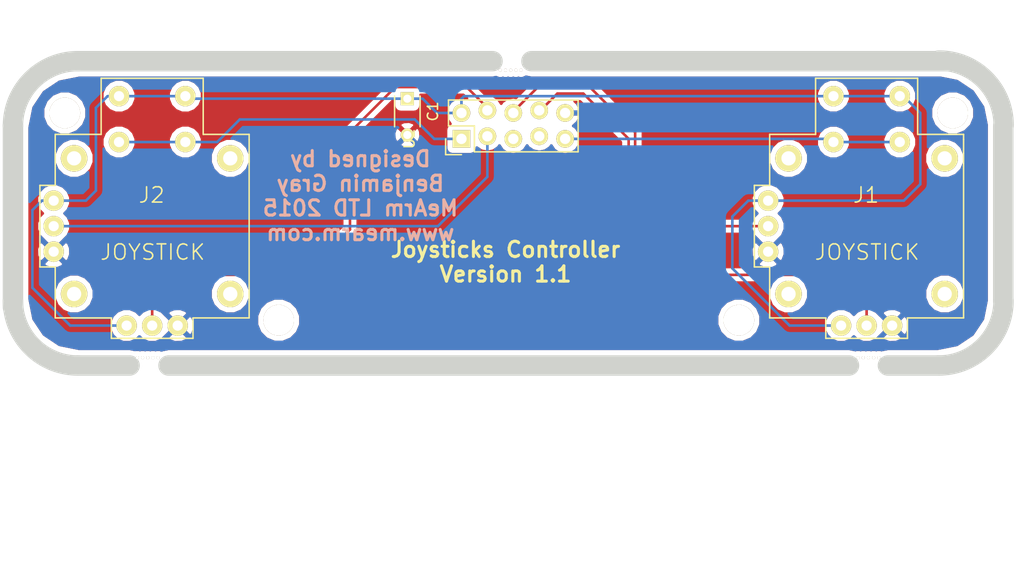
<source format=kicad_pcb>
(kicad_pcb (version 4) (host pcbnew "(2015-01-16 BZR 5376)-product")

  (general
    (links 22)
    (no_connects 0)
    (area 85.09 78.176 185.420001 135.200001)
    (thickness 1.6)
    (drawings 18)
    (tracks 72)
    (zones 0)
    (modules 23)
    (nets 11)
  )

  (page A4)
  (layers
    (0 F.Cu signal)
    (31 B.Cu signal)
    (32 B.Adhes user)
    (33 F.Adhes user)
    (34 B.Paste user)
    (35 F.Paste user)
    (36 B.SilkS user)
    (37 F.SilkS user)
    (38 B.Mask user)
    (39 F.Mask user)
    (40 Dwgs.User user)
    (41 Cmts.User user)
    (42 Eco1.User user)
    (43 Eco2.User user hide)
    (44 Edge.Cuts user)
    (45 Margin user)
    (46 B.CrtYd user)
    (47 F.CrtYd user)
    (48 B.Fab user)
    (49 F.Fab user)
  )

  (setup
    (last_trace_width 0.254)
    (user_trace_width 2)
    (trace_clearance 0.254)
    (zone_clearance 0.508)
    (zone_45_only no)
    (trace_min 0.254)
    (segment_width 0.2)
    (edge_width 2)
    (via_size 0.889)
    (via_drill 0.635)
    (via_min_size 0.889)
    (via_min_drill 0.508)
    (uvia_size 0.508)
    (uvia_drill 0.127)
    (uvias_allowed no)
    (uvia_min_size 0.508)
    (uvia_min_drill 0.127)
    (pcb_text_width 0.3)
    (pcb_text_size 1.5 1.5)
    (mod_edge_width 0.15)
    (mod_text_size 1 1)
    (mod_text_width 0.15)
    (pad_size 2 2)
    (pad_drill 1)
    (pad_to_mask_clearance 0)
    (aux_axis_origin 0 0)
    (visible_elements 7FFFFFFF)
    (pcbplotparams
      (layerselection 0x010f0_80000001)
      (usegerberextensions true)
      (excludeedgelayer true)
      (linewidth 0.100000)
      (plotframeref false)
      (viasonmask false)
      (mode 1)
      (useauxorigin false)
      (hpglpennumber 1)
      (hpglpenspeed 20)
      (hpglpendiameter 15)
      (hpglpenoverlay 2)
      (psnegative false)
      (psa4output false)
      (plotreference true)
      (plotvalue true)
      (plotinvisibletext false)
      (padsonsilk false)
      (subtractmaskfromsilk true)
      (outputformat 1)
      (mirror false)
      (drillshape 0)
      (scaleselection 1)
      (outputdirectory ""))
  )

  (net 0 "")
  (net 1 VCC)
  (net 2 GND)
  (net 3 A2)
  (net 4 A3)
  (net 5 S2)
  (net 6 A0)
  (net 7 A1)
  (net 8 S1)
  (net 9 "Net-(U1-Pad5)")
  (net 10 "Net-(U1-Pad7)")

  (net_class Default "This is the default net class."
    (clearance 0.254)
    (trace_width 0.254)
    (via_dia 0.889)
    (via_drill 0.635)
    (uvia_dia 0.508)
    (uvia_drill 0.127)
    (add_net A0)
    (add_net A1)
    (add_net A2)
    (add_net A3)
    (add_net GND)
    (add_net "Net-(U1-Pad5)")
    (add_net "Net-(U1-Pad7)")
    (add_net S1)
    (add_net S2)
    (add_net VCC)
  )

  (module Brains:JOYSTICKS (layer F.Cu) (tedit 55F2F52C) (tstamp 55140B3E)
    (at 170 100)
    (path /5513FB2B)
    (fp_text reference J1 (at -0.05 -3.05) (layer F.SilkS)
      (effects (font (size 1.5 1.5) (thickness 0.15)))
    )
    (fp_text value JOYSTICK (at 0.05 2.55) (layer F.SilkS)
      (effects (font (size 1.5 1.5) (thickness 0.15)))
    )
    (fp_line (start -11 4) (end -9.5 4) (layer F.SilkS) (width 0.15))
    (fp_line (start -9.5 4) (end -9.5 8.5) (layer F.SilkS) (width 0.15))
    (fp_line (start -9.5 8.5) (end -9.5 9) (layer F.SilkS) (width 0.15))
    (fp_line (start -9.5 9) (end -4 9) (layer F.SilkS) (width 0.15))
    (fp_line (start -4 9) (end -4 11) (layer F.SilkS) (width 0.15))
    (fp_line (start -4 11) (end 4 11) (layer F.SilkS) (width 0.15))
    (fp_line (start 4 11) (end 4 9) (layer F.SilkS) (width 0.15))
    (fp_line (start 4 9) (end 9.5 9) (layer F.SilkS) (width 0.15))
    (fp_line (start 9.5 9) (end 9.5 -8.5) (layer F.SilkS) (width 0.15))
    (fp_line (start 9.5 -8.5) (end 9.5 -9) (layer F.SilkS) (width 0.15))
    (fp_line (start 9.5 -9) (end 5 -9) (layer F.SilkS) (width 0.15))
    (fp_line (start 5 -9) (end 5 -14.5) (layer F.SilkS) (width 0.15))
    (fp_line (start 5 -14.5) (end -5 -14.5) (layer F.SilkS) (width 0.15))
    (fp_line (start -5 -14.5) (end -5 -9) (layer F.SilkS) (width 0.15))
    (fp_line (start -5 -9) (end -9.5 -9) (layer F.SilkS) (width 0.15))
    (fp_line (start -9.5 -9) (end -9.5 -4) (layer F.SilkS) (width 0.15))
    (fp_line (start -9.5 -4) (end -11 -4) (layer F.SilkS) (width 0.15))
    (fp_line (start -11 -4) (end -11 4) (layer F.SilkS) (width 0.15))
    (pad "" thru_hole circle (at -7.65 -6.65) (size 2.6 2.6) (drill 1.4) (layers *.Cu *.Mask F.SilkS))
    (pad "" thru_hole circle (at 7.65 -6.65) (size 2.6 2.6) (drill 1.4) (layers *.Cu *.Mask F.SilkS))
    (pad "" thru_hole circle (at 7.65 6.65) (size 2.6 2.6) (drill 1.4) (layers *.Cu *.Mask F.SilkS))
    (pad "" thru_hole circle (at -7.65 6.65) (size 2.6 2.6) (drill 1.4) (layers *.Cu *.Mask F.SilkS))
    (pad 4 thru_hole circle (at -9.65 0) (size 2 2) (drill 1) (layers *.Cu *.Mask F.SilkS)
      (net 3 A2))
    (pad 3 thru_hole circle (at -9.65 -2.5) (size 2 2) (drill 1) (layers *.Cu *.Mask F.SilkS)
      (net 1 VCC))
    (pad 5 thru_hole circle (at -9.65 2.5) (size 2 2) (drill 1) (layers *.Cu *.Mask F.SilkS)
      (net 2 GND))
    (pad 7 thru_hole circle (at 0 9.75) (size 2 2) (drill 1) (layers *.Cu *.Mask F.SilkS)
      (net 4 A3))
    (pad 6 thru_hole circle (at -2.5 9.75) (size 2 2) (drill 1) (layers *.Cu *.Mask F.SilkS)
      (net 1 VCC))
    (pad 8 thru_hole circle (at 2.5 9.75) (size 2 2) (drill 1) (layers *.Cu *.Mask F.SilkS)
      (net 2 GND))
    (pad 1 thru_hole circle (at -3.25 -8.25) (size 2 2) (drill 1) (layers *.Cu *.Mask F.SilkS)
      (net 5 S2))
    (pad 1 thru_hole circle (at 3.25 -8.25) (size 2 2) (drill 1) (layers *.Cu *.Mask F.SilkS)
      (net 5 S2))
    (pad 2 thru_hole circle (at 3.25 -12.75) (size 2 2) (drill 1) (layers *.Cu *.Mask F.SilkS)
      (net 1 VCC))
    (pad 2 thru_hole circle (at -3.25 -12.75) (size 2 2) (drill 1) (layers *.Cu *.Mask F.SilkS)
      (net 1 VCC))
  )

  (module JOYSTICKS (layer F.Cu) (tedit 55F2F4B7) (tstamp 55F18836)
    (at 100 100)
    (path /5513FA9E)
    (fp_text reference J2 (at -0.05 -3.05) (layer F.SilkS)
      (effects (font (size 1.5 1.5) (thickness 0.15)))
    )
    (fp_text value JOYSTICK (at 0.05 2.55) (layer F.SilkS)
      (effects (font (size 1.5 1.5) (thickness 0.15)))
    )
    (fp_line (start -11 4) (end -9.5 4) (layer F.SilkS) (width 0.15))
    (fp_line (start -9.5 4) (end -9.5 8.5) (layer F.SilkS) (width 0.15))
    (fp_line (start -9.5 8.5) (end -9.5 9) (layer F.SilkS) (width 0.15))
    (fp_line (start -9.5 9) (end -4 9) (layer F.SilkS) (width 0.15))
    (fp_line (start -4 9) (end -4 11) (layer F.SilkS) (width 0.15))
    (fp_line (start -4 11) (end 4 11) (layer F.SilkS) (width 0.15))
    (fp_line (start 4 11) (end 4 9) (layer F.SilkS) (width 0.15))
    (fp_line (start 4 9) (end 9.5 9) (layer F.SilkS) (width 0.15))
    (fp_line (start 9.5 9) (end 9.5 -8.5) (layer F.SilkS) (width 0.15))
    (fp_line (start 9.5 -8.5) (end 9.5 -9) (layer F.SilkS) (width 0.15))
    (fp_line (start 9.5 -9) (end 5 -9) (layer F.SilkS) (width 0.15))
    (fp_line (start 5 -9) (end 5 -14.5) (layer F.SilkS) (width 0.15))
    (fp_line (start 5 -14.5) (end -5 -14.5) (layer F.SilkS) (width 0.15))
    (fp_line (start -5 -14.5) (end -5 -9) (layer F.SilkS) (width 0.15))
    (fp_line (start -5 -9) (end -9.5 -9) (layer F.SilkS) (width 0.15))
    (fp_line (start -9.5 -9) (end -9.5 -4) (layer F.SilkS) (width 0.15))
    (fp_line (start -9.5 -4) (end -11 -4) (layer F.SilkS) (width 0.15))
    (fp_line (start -11 -4) (end -11 4) (layer F.SilkS) (width 0.15))
    (pad "" thru_hole circle (at -7.65 -6.65) (size 2.6 2.6) (drill 1.4) (layers *.Cu *.Mask F.SilkS))
    (pad "" thru_hole circle (at 7.65 -6.65) (size 2.6 2.6) (drill 1.4) (layers *.Cu *.Mask F.SilkS))
    (pad "" thru_hole circle (at 7.65 6.65) (size 2.6 2.6) (drill 1.4) (layers *.Cu *.Mask F.SilkS))
    (pad "" thru_hole circle (at -7.65 6.65) (size 2.6 2.6) (drill 1.4) (layers *.Cu *.Mask F.SilkS))
    (pad 4 thru_hole circle (at -9.65 0) (size 2 2) (drill 1) (layers *.Cu *.Mask F.SilkS)
      (net 6 A0))
    (pad 3 thru_hole circle (at -9.65 -2.5) (size 2 2) (drill 1) (layers *.Cu *.Mask F.SilkS)
      (net 1 VCC))
    (pad 5 thru_hole circle (at -9.65 2.5) (size 2 2) (drill 1) (layers *.Cu *.Mask F.SilkS)
      (net 2 GND))
    (pad 7 thru_hole circle (at 0 9.75) (size 2 2) (drill 1) (layers *.Cu *.Mask F.SilkS)
      (net 7 A1))
    (pad 6 thru_hole circle (at -2.5 9.75) (size 2 2) (drill 1) (layers *.Cu *.Mask F.SilkS)
      (net 1 VCC))
    (pad 8 thru_hole circle (at 2.5 9.75) (size 2 2) (drill 1) (layers *.Cu *.Mask F.SilkS)
      (net 2 GND))
    (pad 1 thru_hole circle (at -3.25 -8.25) (size 2 2) (drill 1) (layers *.Cu *.Mask F.SilkS)
      (net 8 S1))
    (pad 1 thru_hole circle (at 3.25 -8.25) (size 2 2) (drill 1) (layers *.Cu *.Mask F.SilkS)
      (net 8 S1))
    (pad 2 thru_hole circle (at 3.25 -12.75) (size 2 2) (drill 1) (layers *.Cu *.Mask F.SilkS)
      (net 1 VCC))
    (pad 2 thru_hole circle (at -3.25 -12.75) (size 2 2) (drill 1) (layers *.Cu *.Mask F.SilkS)
      (net 1 VCC))
  )

  (module Pin_Headers:Pin_Header_Straight_2x05 (layer F.Cu) (tedit 55140B43) (tstamp 55140B86)
    (at 130.302 91.44 90)
    (descr "Through hole pin header")
    (tags "pin header")
    (path /5513F1F6)
    (fp_text reference U1 (at 0 -5.1 90) (layer F.SilkS)
      (effects (font (size 1 1) (thickness 0.15)))
    )
    (fp_text value JoyConnectISP (at 0 -3.1 90) (layer F.Fab)
      (effects (font (size 1 1) (thickness 0.15)))
    )
    (fp_line (start -1.75 -1.75) (end -1.75 11.95) (layer F.CrtYd) (width 0.05))
    (fp_line (start 4.3 -1.75) (end 4.3 11.95) (layer F.CrtYd) (width 0.05))
    (fp_line (start -1.75 -1.75) (end 4.3 -1.75) (layer F.CrtYd) (width 0.05))
    (fp_line (start -1.75 11.95) (end 4.3 11.95) (layer F.CrtYd) (width 0.05))
    (fp_line (start 3.81 -1.27) (end 3.81 11.43) (layer F.SilkS) (width 0.15))
    (fp_line (start 3.81 11.43) (end -1.27 11.43) (layer F.SilkS) (width 0.15))
    (fp_line (start -1.27 11.43) (end -1.27 1.27) (layer F.SilkS) (width 0.15))
    (fp_line (start 3.81 -1.27) (end 1.27 -1.27) (layer F.SilkS) (width 0.15))
    (fp_line (start 0 -1.55) (end -1.55 -1.55) (layer F.SilkS) (width 0.15))
    (fp_line (start 1.27 -1.27) (end 1.27 1.27) (layer F.SilkS) (width 0.15))
    (fp_line (start 1.27 1.27) (end -1.27 1.27) (layer F.SilkS) (width 0.15))
    (fp_line (start -1.55 -1.55) (end -1.55 0) (layer F.SilkS) (width 0.15))
    (pad 1 thru_hole rect (at 0 0 90) (size 1.7272 1.7272) (drill 1.016) (layers *.Cu *.Mask F.SilkS)
      (net 8 S1))
    (pad 2 thru_hole oval (at 2.54 0 90) (size 1.7272 1.7272) (drill 1.016) (layers *.Cu *.Mask F.SilkS)
      (net 1 VCC))
    (pad 3 thru_hole oval (at 0.254 2.54 90) (size 1.7272 1.7272) (drill 1.016) (layers *.Cu *.Mask F.SilkS)
      (net 6 A0))
    (pad 4 thru_hole oval (at 2.794 2.54 90) (size 1.7272 1.7272) (drill 1.016) (layers *.Cu *.Mask F.SilkS)
      (net 7 A1))
    (pad 5 thru_hole oval (at 0 5.08 90) (size 1.7272 1.7272) (drill 1.016) (layers *.Cu *.Mask F.SilkS)
      (net 9 "Net-(U1-Pad5)"))
    (pad 6 thru_hole oval (at 2.54 5.08 90) (size 1.7272 1.7272) (drill 1.016) (layers *.Cu *.Mask F.SilkS)
      (net 3 A2))
    (pad 7 thru_hole oval (at 0.254 7.62 90) (size 1.7272 1.7272) (drill 1.016) (layers *.Cu *.Mask F.SilkS)
      (net 10 "Net-(U1-Pad7)"))
    (pad 8 thru_hole oval (at 2.794 7.62 90) (size 1.7272 1.7272) (drill 1.016) (layers *.Cu *.Mask F.SilkS)
      (net 4 A3))
    (pad 9 thru_hole oval (at 0 10.16 90) (size 1.7272 1.7272) (drill 1.016) (layers *.Cu *.Mask F.SilkS)
      (net 5 S2))
    (pad 10 thru_hole oval (at 2.54 10.16 90) (size 1.7272 1.7272) (drill 1.016) (layers *.Cu *.Mask F.SilkS)
      (net 2 GND))
    (model Pin_Headers.3dshapes/Pin_Header_Straight_2x05.wrl
      (at (xyz 0.05 -0.2 0))
      (scale (xyz 1 1 1))
      (rotate (xyz 0 0 90))
    )
  )

  (module Capacitors_ThroughHole:C_Disc_D3_P2.5 (layer F.Cu) (tedit 55F2E4D7) (tstamp 55140B2C)
    (at 125 87.5 270)
    (descr "Capacitor 3mm Disc, Pitch 2.5mm")
    (tags Capacitor)
    (path /5513FB6A)
    (fp_text reference C1 (at 1.25 -2.5 270) (layer F.SilkS)
      (effects (font (size 1 1) (thickness 0.15)))
    )
    (fp_text value C (at 1.25 2.5 270) (layer F.Fab)
      (effects (font (size 1 1) (thickness 0.15)))
    )
    (fp_line (start -0.9 -1.5) (end 3.4 -1.5) (layer F.CrtYd) (width 0.05))
    (fp_line (start 3.908 -1.5) (end 3.908 1.5) (layer F.CrtYd) (width 0.05))
    (fp_line (start 3.4 1.5) (end -0.9 1.5) (layer F.CrtYd) (width 0.05))
    (fp_line (start -0.9 1.5) (end -0.9 -1.5) (layer F.CrtYd) (width 0.05))
    (fp_line (start -0.25 -1.25) (end 2.75 -1.25) (layer F.SilkS) (width 0.15))
    (fp_line (start 2.75 1.25) (end -0.25 1.25) (layer F.SilkS) (width 0.15))
    (pad 1 thru_hole rect (at 0 0 270) (size 1.3 1.3) (drill 0.8) (layers *.Cu *.Mask F.SilkS)
      (net 1 VCC))
    (pad 2 thru_hole circle (at 3.556 0 270) (size 1.3 1.3) (drill 0.8001) (layers *.Cu *.Mask F.SilkS)
      (net 2 GND))
    (model Capacitors_ThroughHole.3dshapes/C_Disc_D3_P2.5.wrl
      (at (xyz 0.0492126 0 0))
      (scale (xyz 1 1 1))
      (rotate (xyz 0 0 0))
    )
  )

  (module brains:TinyDrillHole (layer F.Cu) (tedit 5579B018) (tstamp 55893BCF)
    (at 169.164 112.903)
    (fp_text reference "" (at 0 0) (layer F.SilkS)
      (effects (font (size 1 1) (thickness 0.15)))
    )
    (fp_text value "" (at 0 0 90) (layer F.SilkS)
      (effects (font (size 1 1) (thickness 0.15)))
    )
    (pad 2 thru_hole circle (at 0 0) (size 0.3 0.3) (drill 0.3) (layers *.Cu *.Mask F.SilkS))
  )

  (module brains:TinyDrillHole (layer F.Cu) (tedit 5579B018) (tstamp 55893BCB)
    (at 169.672 112.903)
    (fp_text reference "" (at 0 0) (layer F.SilkS)
      (effects (font (size 1 1) (thickness 0.15)))
    )
    (fp_text value "" (at 0 0 90) (layer F.SilkS)
      (effects (font (size 1 1) (thickness 0.15)))
    )
    (pad 2 thru_hole circle (at 0 0) (size 0.3 0.3) (drill 0.3) (layers *.Cu *.Mask F.SilkS))
  )

  (module brains:TinyDrillHole (layer F.Cu) (tedit 5579B018) (tstamp 55893BC7)
    (at 170.688 112.903)
    (fp_text reference "" (at 0 0) (layer F.SilkS)
      (effects (font (size 1 1) (thickness 0.15)))
    )
    (fp_text value "" (at 0 0 90) (layer F.SilkS)
      (effects (font (size 1 1) (thickness 0.15)))
    )
    (pad 2 thru_hole circle (at 0 0) (size 0.3 0.3) (drill 0.3) (layers *.Cu *.Mask F.SilkS))
  )

  (module brains:TinyDrillHole (layer F.Cu) (tedit 5579B018) (tstamp 55893BC3)
    (at 170.18 112.903)
    (fp_text reference "" (at 0 0) (layer F.SilkS)
      (effects (font (size 1 1) (thickness 0.15)))
    )
    (fp_text value "" (at 0 0 90) (layer F.SilkS)
      (effects (font (size 1 1) (thickness 0.15)))
    )
    (pad 2 thru_hole circle (at 0 0) (size 0.3 0.3) (drill 0.3) (layers *.Cu *.Mask F.SilkS))
  )

  (module brains:TinyDrillHole (layer F.Cu) (tedit 5579B018) (tstamp 55893BBF)
    (at 171.196 112.903)
    (fp_text reference "" (at 0 0) (layer F.SilkS)
      (effects (font (size 1 1) (thickness 0.15)))
    )
    (fp_text value "" (at 0 0 90) (layer F.SilkS)
      (effects (font (size 1 1) (thickness 0.15)))
    )
    (pad 2 thru_hole circle (at 0 0) (size 0.3 0.3) (drill 0.3) (layers *.Cu *.Mask F.SilkS))
  )

  (module brains:TinyDrillHole (layer F.Cu) (tedit 5579B018) (tstamp 55893BBB)
    (at 134.112 84.709)
    (fp_text reference "" (at 0 0) (layer F.SilkS)
      (effects (font (size 1 1) (thickness 0.15)))
    )
    (fp_text value "" (at 0 0 90) (layer F.SilkS)
      (effects (font (size 1 1) (thickness 0.15)))
    )
    (pad 2 thru_hole circle (at 0 0) (size 0.3 0.3) (drill 0.3) (layers *.Cu *.Mask F.SilkS))
  )

  (module brains:TinyDrillHole (layer F.Cu) (tedit 5579B018) (tstamp 55893BB7)
    (at 134.62 84.709)
    (fp_text reference "" (at 0 0) (layer F.SilkS)
      (effects (font (size 1 1) (thickness 0.15)))
    )
    (fp_text value "" (at 0 0 90) (layer F.SilkS)
      (effects (font (size 1 1) (thickness 0.15)))
    )
    (pad 2 thru_hole circle (at 0 0) (size 0.3 0.3) (drill 0.3) (layers *.Cu *.Mask F.SilkS))
  )

  (module brains:TinyDrillHole (layer F.Cu) (tedit 5579B018) (tstamp 55893BB3)
    (at 135.636 84.709)
    (fp_text reference "" (at 0 0) (layer F.SilkS)
      (effects (font (size 1 1) (thickness 0.15)))
    )
    (fp_text value "" (at 0 0 90) (layer F.SilkS)
      (effects (font (size 1 1) (thickness 0.15)))
    )
    (pad 2 thru_hole circle (at 0 0) (size 0.3 0.3) (drill 0.3) (layers *.Cu *.Mask F.SilkS))
  )

  (module brains:TinyDrillHole (layer F.Cu) (tedit 5579B018) (tstamp 55893BAF)
    (at 135.128 84.709)
    (fp_text reference "" (at 0 0) (layer F.SilkS)
      (effects (font (size 1 1) (thickness 0.15)))
    )
    (fp_text value "" (at 0 0 90) (layer F.SilkS)
      (effects (font (size 1 1) (thickness 0.15)))
    )
    (pad 2 thru_hole circle (at 0 0) (size 0.3 0.3) (drill 0.3) (layers *.Cu *.Mask F.SilkS))
  )

  (module brains:TinyDrillHole (layer F.Cu) (tedit 5579B018) (tstamp 55893BAB)
    (at 136.144 84.709)
    (fp_text reference "" (at 0 0) (layer F.SilkS)
      (effects (font (size 1 1) (thickness 0.15)))
    )
    (fp_text value "" (at 0 0 90) (layer F.SilkS)
      (effects (font (size 1 1) (thickness 0.15)))
    )
    (pad 2 thru_hole circle (at 0 0) (size 0.3 0.3) (drill 0.3) (layers *.Cu *.Mask F.SilkS))
  )

  (module brains:TinyDrillHole (layer F.Cu) (tedit 5579B018) (tstamp 55893BA7)
    (at 100.584 112.903)
    (fp_text reference "" (at 0 0) (layer F.SilkS)
      (effects (font (size 1 1) (thickness 0.15)))
    )
    (fp_text value "" (at 0 0 90) (layer F.SilkS)
      (effects (font (size 1 1) (thickness 0.15)))
    )
    (pad 2 thru_hole circle (at 0 0) (size 0.3 0.3) (drill 0.3) (layers *.Cu *.Mask F.SilkS))
  )

  (module brains:TinyDrillHole (layer F.Cu) (tedit 5579B018) (tstamp 55893BA3)
    (at 99.568 112.903)
    (fp_text reference "" (at 0 0) (layer F.SilkS)
      (effects (font (size 1 1) (thickness 0.15)))
    )
    (fp_text value "" (at 0 0 90) (layer F.SilkS)
      (effects (font (size 1 1) (thickness 0.15)))
    )
    (pad 2 thru_hole circle (at 0 0) (size 0.3 0.3) (drill 0.3) (layers *.Cu *.Mask F.SilkS))
  )

  (module brains:TinyDrillHole (layer F.Cu) (tedit 5579B018) (tstamp 55893B9F)
    (at 100.076 112.903)
    (fp_text reference "" (at 0 0) (layer F.SilkS)
      (effects (font (size 1 1) (thickness 0.15)))
    )
    (fp_text value "" (at 0 0 90) (layer F.SilkS)
      (effects (font (size 1 1) (thickness 0.15)))
    )
    (pad 2 thru_hole circle (at 0 0) (size 0.3 0.3) (drill 0.3) (layers *.Cu *.Mask F.SilkS))
  )

  (module brains:TinyDrillHole (layer F.Cu) (tedit 5579B018) (tstamp 55893B9B)
    (at 99.06 112.903)
    (fp_text reference "" (at 0 0) (layer F.SilkS)
      (effects (font (size 1 1) (thickness 0.15)))
    )
    (fp_text value "" (at 0 0 90) (layer F.SilkS)
      (effects (font (size 1 1) (thickness 0.15)))
    )
    (pad 2 thru_hole circle (at 0 0) (size 0.3 0.3) (drill 0.3) (layers *.Cu *.Mask F.SilkS))
  )

  (module Mounting_Hole (layer F.Cu) (tedit 55F184D3) (tstamp 55141662)
    (at 91.44 88.9)
    (fp_text reference "" (at 0 -5) (layer F.SilkS)
      (effects (font (size 1 1) (thickness 0.15)))
    )
    (fp_text value "" (at 0 5) (layer F.SilkS)
      (effects (font (size 1 1) (thickness 0.15)))
    )
    (pad "" thru_hole circle (at 0 0) (size 3 3) (drill 3) (layers *.Cu *.Mask F.SilkS))
  )

  (module Mounting_Hole (layer F.Cu) (tedit 55F184EF) (tstamp 5514165E)
    (at 157.48 109.22)
    (fp_text reference "" (at 0 -5) (layer F.SilkS)
      (effects (font (size 1 1) (thickness 0.15)))
    )
    (fp_text value "" (at 0 5) (layer F.SilkS)
      (effects (font (size 1 1) (thickness 0.15)))
    )
    (pad "" thru_hole circle (at 0 0) (size 3 3) (drill 3) (layers *.Cu *.Mask F.SilkS))
  )

  (module Mounting_Hole (layer F.Cu) (tedit 55F184E5) (tstamp 5514165A)
    (at 178.435 88.9)
    (fp_text reference "" (at 0 -5) (layer F.SilkS)
      (effects (font (size 1 1) (thickness 0.15)))
    )
    (fp_text value "" (at 0 5) (layer F.SilkS)
      (effects (font (size 1 1) (thickness 0.15)))
    )
    (pad "" thru_hole circle (at 0 0) (size 3 3) (drill 3) (layers *.Cu *.Mask F.SilkS))
  )

  (module Mounting_Hole (layer F.Cu) (tedit 55F184DD) (tstamp 55141600)
    (at 112.395 109.22)
    (fp_text reference "" (at 0 -5) (layer F.SilkS)
      (effects (font (size 1 1) (thickness 0.15)))
    )
    (fp_text value "" (at 0 5) (layer F.SilkS)
      (effects (font (size 1 1) (thickness 0.15)))
    )
    (pad "" thru_hole circle (at 0 0) (size 3 3) (drill 3) (layers *.Cu *.Mask F.SilkS))
  )

  (module brains:TinyDrillHole (layer F.Cu) (tedit 5579B018) (tstamp 55893B48)
    (at 98.552 112.903)
    (fp_text reference "" (at 0 0) (layer F.SilkS)
      (effects (font (size 1 1) (thickness 0.15)))
    )
    (fp_text value "" (at 0 0 90) (layer F.SilkS)
      (effects (font (size 1 1) (thickness 0.15)))
    )
    (pad 2 thru_hole circle (at 0 0) (size 0.3 0.3) (drill 0.3) (layers *.Cu *.Mask F.SilkS))
  )

  (gr_text "Designed by\nBenjamin Gray\nMeArm LTD 2015\nwww.mearm.com" (at 120.396 97.028) (layer B.SilkS)
    (effects (font (size 1.5 1.5) (thickness 0.3)) (justify mirror))
  )
  (gr_line (start 183.388 90.17) (end 183.388 107.315) (angle 90) (layer Edge.Cuts) (width 2))
  (gr_line (start 177.165 113.665) (end 172.085 113.665) (angle 90) (layer Edge.Cuts) (width 2))
  (gr_line (start 101.6 113.665) (end 168.275 113.665) (angle 90) (layer Edge.Cuts) (width 2))
  (gr_line (start 137.16 83.82) (end 177.8 83.82) (angle 90) (layer Edge.Cuts) (width 2))
  (gr_line (start 92.71 83.82) (end 133.35 83.82) (angle 90) (layer Edge.Cuts) (width 2))
  (dimension 1.651 (width 0.3) (layer Cmts.User)
    (gr_text "1.651 mm" (at 170.2435 119.333) (layer Cmts.User)
      (effects (font (size 1.5 1.5) (thickness 0.3)))
    )
    (feature1 (pts (xy 169.418 112.522) (xy 169.418 120.683)))
    (feature2 (pts (xy 171.069 112.522) (xy 171.069 120.683)))
    (crossbar (pts (xy 171.069 117.983) (xy 169.418 117.983)))
    (arrow1a (pts (xy 169.418 117.983) (xy 170.544504 117.396579)))
    (arrow1b (pts (xy 169.418 117.983) (xy 170.544504 118.569421)))
    (arrow2a (pts (xy 171.069 117.983) (xy 169.942496 117.396579)))
    (arrow2b (pts (xy 171.069 117.983) (xy 169.942496 118.569421)))
  )
  (dimension 1.651 (width 0.3) (layer Cmts.User)
    (gr_text "1.651 mm" (at 135.4455 79.676) (layer Cmts.User)
      (effects (font (size 1.5 1.5) (thickness 0.3)))
    )
    (feature1 (pts (xy 136.271 84.963) (xy 136.271 78.326)))
    (feature2 (pts (xy 134.62 84.963) (xy 134.62 78.326)))
    (crossbar (pts (xy 134.62 81.026) (xy 136.271 81.026)))
    (arrow1a (pts (xy 136.271 81.026) (xy 135.144496 81.612421)))
    (arrow1b (pts (xy 136.271 81.026) (xy 135.144496 80.439579)))
    (arrow2a (pts (xy 134.62 81.026) (xy 135.746504 81.612421)))
    (arrow2b (pts (xy 134.62 81.026) (xy 135.746504 80.439579)))
  )
  (dimension 1.651 (width 0.3) (layer Cmts.User)
    (gr_text "1.651 mm" (at 99.6315 119.968) (layer Cmts.User)
      (effects (font (size 1.5 1.5) (thickness 0.3)))
    )
    (feature1 (pts (xy 100.457 113.538) (xy 100.457 121.318)))
    (feature2 (pts (xy 98.806 113.538) (xy 98.806 121.318)))
    (crossbar (pts (xy 98.806 118.618) (xy 100.457 118.618)))
    (arrow1a (pts (xy 100.457 118.618) (xy 99.330496 119.204421)))
    (arrow1b (pts (xy 100.457 118.618) (xy 99.330496 118.031579)))
    (arrow2a (pts (xy 98.806 118.618) (xy 99.932504 119.204421)))
    (arrow2b (pts (xy 98.806 118.618) (xy 99.932504 118.031579)))
  )
  (gr_line (start 92.71 113.665) (end 97.79 113.665) (angle 90) (layer Edge.Cuts) (width 2))
  (gr_arc (start 92.71 107.315) (end 86.36 107.315) (angle -90) (layer Edge.Cuts) (width 2) (tstamp 55893B60))
  (gr_arc (start 177.0761 90.1065) (end 183.4261 90.1065) (angle -90) (layer Edge.Cuts) (width 2) (tstamp 55893B5F))
  (gr_arc (start 177.0634 107.315) (end 183.4134 107.315) (angle 90) (layer Edge.Cuts) (width 2) (tstamp 55893B5C))
  (gr_line (start 86.36 90.17) (end 86.36 107.95) (angle 90) (layer Edge.Cuts) (width 2))
  (gr_arc (start 92.71 90.17) (end 86.36 90.17) (angle 90) (layer Edge.Cuts) (width 2))
  (gr_text "Joysticks Controller\nVersion 1.1" (at 134.62 103.505) (layer F.SilkS)
    (effects (font (size 1.5 1.5) (thickness 0.3)))
  )
  (gr_line (start 182.5 90) (end 182.5 107.5) (angle 90) (layer Edge.Cuts) (width 0.1))
  (dimension 70 (width 0.3) (layer Dwgs.User)
    (gr_text "70.000 mm" (at 135 133.85) (layer Dwgs.User)
      (effects (font (size 1.5 1.5) (thickness 0.3)))
    )
    (feature1 (pts (xy 170 112.5) (xy 170 135.2)))
    (feature2 (pts (xy 100 112.5) (xy 100 135.2)))
    (crossbar (pts (xy 100 132.5) (xy 170 132.5)))
    (arrow1a (pts (xy 170 132.5) (xy 168.873496 133.086421)))
    (arrow1b (pts (xy 170 132.5) (xy 168.873496 131.913579)))
    (arrow2a (pts (xy 100 132.5) (xy 101.126504 133.086421)))
    (arrow2b (pts (xy 100 132.5) (xy 101.126504 131.913579)))
  )

  (segment (start 173.25 87.25) (end 173.25 87.354) (width 0.254) (layer B.Cu) (net 1))
  (segment (start 88.265 98.425) (end 88.265 106.045) (width 0.254) (layer B.Cu) (net 1) (tstamp 55F18929))
  (segment (start 88.265 106.045) (end 91.97 109.75) (width 0.254) (layer B.Cu) (net 1) (tstamp 55F1892A))
  (segment (start 91.97 109.75) (end 97.5 109.75) (width 0.254) (layer B.Cu) (net 1) (tstamp 55F1892C))
  (segment (start 90.35 97.5) (end 89.19 97.5) (width 0.254) (layer B.Cu) (net 1))
  (segment (start 89.19 97.5) (end 88.265 98.425) (width 0.254) (layer B.Cu) (net 1) (tstamp 55F18928))
  (segment (start 103.25 87.25) (end 96.75 87.25) (width 0.254) (layer B.Cu) (net 1))
  (segment (start 125 87.5) (end 103.5 87.5) (width 0.254) (layer B.Cu) (net 1))
  (segment (start 103.5 87.5) (end 103.25 87.25) (width 0.254) (layer B.Cu) (net 1) (tstamp 55F18919))
  (segment (start 160.35 97.5) (end 159.73 97.5) (width 0.254) (layer F.Cu) (net 1))
  (segment (start 125 87.5) (end 126.5 87.5) (width 0.254) (layer B.Cu) (net 1))
  (segment (start 127.9 88.9) (end 130.302 88.9) (width 0.254) (layer B.Cu) (net 1) (tstamp 552799A1))
  (segment (start 126.5 87.5) (end 127.9 88.9) (width 0.254) (layer B.Cu) (net 1) (tstamp 5527999F))
  (segment (start 125.04 87.46) (end 125 87.5) (width 0.254) (layer B.Cu) (net 1) (tstamp 551413AA))
  (segment (start 130.302 87.503) (end 130.555 87.25) (width 0.254) (layer B.Cu) (net 1) (tstamp 55F2E83B))
  (segment (start 130.555 87.25) (end 166.75 87.25) (width 0.254) (layer B.Cu) (net 1) (tstamp 55F2E83D))
  (segment (start 130.302 88.9) (end 130.302 87.503) (width 0.254) (layer B.Cu) (net 1))
  (segment (start 166.75 87.25) (end 173.25 87.25) (width 0.254) (layer B.Cu) (net 1))
  (segment (start 175.26 88.9) (end 175.26 95.885) (width 0.254) (layer B.Cu) (net 1) (tstamp 55F2E848))
  (segment (start 175.26 95.885) (end 173.645 97.5) (width 0.254) (layer B.Cu) (net 1) (tstamp 55F2E84A))
  (segment (start 173.645 97.5) (end 160.35 97.5) (width 0.254) (layer B.Cu) (net 1) (tstamp 55F2E84C))
  (segment (start 173.61 87.25) (end 175.26 88.9) (width 0.254) (layer B.Cu) (net 1) (tstamp 55F2E847))
  (segment (start 173.25 87.25) (end 173.61 87.25) (width 0.254) (layer B.Cu) (net 1))
  (segment (start 158.405 97.5) (end 156.845 99.06) (width 0.254) (layer B.Cu) (net 1) (tstamp 55F2E850))
  (segment (start 156.845 99.06) (end 156.845 104.14) (width 0.254) (layer B.Cu) (net 1) (tstamp 55F2E851))
  (segment (start 156.845 104.14) (end 162.455 109.75) (width 0.254) (layer B.Cu) (net 1) (tstamp 55F2E853))
  (segment (start 162.455 109.75) (end 167.5 109.75) (width 0.254) (layer B.Cu) (net 1) (tstamp 55F2E855))
  (segment (start 160.35 97.5) (end 158.405 97.5) (width 0.254) (layer B.Cu) (net 1))
  (segment (start 95.63 87.25) (end 94.488 88.392) (width 0.254) (layer B.Cu) (net 1) (tstamp 55F2F6A9))
  (segment (start 94.488 88.392) (end 94.488 96.52) (width 0.254) (layer B.Cu) (net 1) (tstamp 55F2F6AA))
  (segment (start 94.488 96.52) (end 93.508 97.5) (width 0.254) (layer B.Cu) (net 1) (tstamp 55F2F6AC))
  (segment (start 93.508 97.5) (end 90.35 97.5) (width 0.254) (layer B.Cu) (net 1) (tstamp 55F2F6AE))
  (segment (start 96.75 87.25) (end 95.63 87.25) (width 0.254) (layer B.Cu) (net 1))
  (segment (start 137.795 86.36) (end 142.875 86.36) (width 0.254) (layer F.Cu) (net 3) (tstamp 55F2E82F))
  (segment (start 142.875 86.36) (end 147.32 90.805) (width 0.254) (layer F.Cu) (net 3) (tstamp 55F2E831))
  (segment (start 147.32 90.805) (end 147.32 96.52) (width 0.254) (layer F.Cu) (net 3) (tstamp 55F2E833))
  (segment (start 147.32 96.52) (end 150.8 100) (width 0.254) (layer F.Cu) (net 3) (tstamp 55F2E835))
  (segment (start 150.8 100) (end 160.35 100) (width 0.254) (layer F.Cu) (net 3) (tstamp 55F2E837))
  (segment (start 135.382 88.773) (end 137.795 86.36) (width 0.254) (layer F.Cu) (net 3) (tstamp 55F2E82E))
  (segment (start 135.382 88.9) (end 135.382 88.773) (width 0.254) (layer F.Cu) (net 3))
  (segment (start 137.922 88.9) (end 137.922 88.773) (width 0.254) (layer F.Cu) (net 4))
  (segment (start 137.922 88.773) (end 139.7 86.995) (width 0.254) (layer F.Cu) (net 4) (tstamp 55279BE8))
  (segment (start 170 105.865) (end 170 109.75) (width 0.254) (layer F.Cu) (net 4) (tstamp 55279BF9))
  (segment (start 168.91 104.775) (end 170 105.865) (width 0.254) (layer F.Cu) (net 4) (tstamp 55279BF7))
  (segment (start 149.86 104.775) (end 168.91 104.775) (width 0.254) (layer F.Cu) (net 4) (tstamp 55279BF5))
  (segment (start 146.685 101.6) (end 149.86 104.775) (width 0.254) (layer F.Cu) (net 4) (tstamp 55279BF3))
  (segment (start 146.685 91.44) (end 146.685 101.6) (width 0.254) (layer F.Cu) (net 4) (tstamp 55279BF1))
  (segment (start 142.24 86.995) (end 146.685 91.44) (width 0.254) (layer F.Cu) (net 4) (tstamp 55279BEE))
  (segment (start 139.7 86.995) (end 142.24 86.995) (width 0.254) (layer F.Cu) (net 4) (tstamp 55279BE9))
  (segment (start 137.922 88.138) (end 137.922 88.9) (width 0.254) (layer F.Cu) (net 4) (tstamp 55279BC9))
  (segment (start 166.44 91.44) (end 166.75 91.75) (width 0.254) (layer B.Cu) (net 5) (tstamp 55F2E842))
  (segment (start 140.462 91.44) (end 166.44 91.44) (width 0.254) (layer B.Cu) (net 5))
  (segment (start 166.75 91.75) (end 173.25 91.75) (width 0.254) (layer B.Cu) (net 5))
  (segment (start 132.842 91.44) (end 132.842 95.158) (width 0.254) (layer B.Cu) (net 6))
  (segment (start 128 100) (end 90.35 100) (width 0.254) (layer B.Cu) (net 6) (tstamp 55279966))
  (segment (start 132.842 95.158) (end 128 100) (width 0.254) (layer B.Cu) (net 6) (tstamp 55279961))
  (segment (start 132.54 91.742) (end 132.842 91.44) (width 0.254) (layer F.Cu) (net 6) (tstamp 5514143E))
  (segment (start 100 107.01) (end 100 109.75) (width 0.254) (layer F.Cu) (net 7) (tstamp 55F2E8FE))
  (segment (start 102.235 104.775) (end 100 107.01) (width 0.254) (layer F.Cu) (net 7) (tstamp 55F2E8FC))
  (segment (start 114.935 104.775) (end 102.235 104.775) (width 0.254) (layer F.Cu) (net 7) (tstamp 55F2E8FA))
  (segment (start 119.38 100.33) (end 114.935 104.775) (width 0.254) (layer F.Cu) (net 7) (tstamp 55F2E8F8))
  (segment (start 119.38 90.805) (end 119.38 100.33) (width 0.254) (layer F.Cu) (net 7) (tstamp 55F2E8F6))
  (segment (start 123.825 86.36) (end 119.38 90.805) (width 0.254) (layer F.Cu) (net 7) (tstamp 55F2E8F4))
  (segment (start 130.81 86.36) (end 123.825 86.36) (width 0.254) (layer F.Cu) (net 7) (tstamp 55F2E8F2))
  (segment (start 132.842 88.392) (end 130.81 86.36) (width 0.254) (layer F.Cu) (net 7) (tstamp 55F2E8F1))
  (segment (start 132.842 88.646) (end 132.842 88.392) (width 0.254) (layer F.Cu) (net 7))
  (segment (start 96.75 91.75) (end 103.25 91.75) (width 0.254) (layer B.Cu) (net 8))
  (segment (start 106.37 91.75) (end 108.585 89.535) (width 0.254) (layer B.Cu) (net 8) (tstamp 55F2E51B))
  (segment (start 108.585 89.535) (end 125.73 89.535) (width 0.254) (layer B.Cu) (net 8) (tstamp 55F2E51D))
  (segment (start 125.73 89.535) (end 127.635 91.44) (width 0.254) (layer B.Cu) (net 8) (tstamp 55F2E51F))
  (segment (start 127.635 91.44) (end 130.302 91.44) (width 0.254) (layer B.Cu) (net 8) (tstamp 55F2E521))
  (segment (start 103.25 91.75) (end 106.37 91.75) (width 0.254) (layer B.Cu) (net 8))

  (zone (net 2) (net_name GND) (layer B.Cu) (tstamp 55F18A79) (hatch edge 0.508)
    (connect_pads (clearance 0.508))
    (min_thickness 0.254)
    (fill yes (arc_segments 16) (thermal_gap 0.508) (thermal_bridge_width 0.508))
    (polygon
      (pts
        (xy 185.42 114.3) (xy 85.09 114.935) (xy 85.09 82.55) (xy 185.42 82.55)
      )
    )
    (filled_polygon
      (pts
        (xy 132.08 94.84237) (xy 127.68437 99.238) (xy 125.71941 99.238) (xy 125.71941 91.955016) (xy 125 91.235605)
        (xy 124.820395 91.41521) (xy 124.28059 91.955016) (xy 124.336271 92.185611) (xy 124.819078 92.353622) (xy 125.329428 92.324083)
        (xy 125.663729 92.185611) (xy 125.71941 91.955016) (xy 125.71941 99.238) (xy 91.80422 99.238) (xy 91.736894 99.075057)
        (xy 91.41224 98.749835) (xy 91.735278 98.427363) (xy 91.803942 98.262) (xy 93.508 98.262) (xy 93.508 98.261999)
        (xy 93.799604 98.203996) (xy 93.799605 98.203996) (xy 94.046815 98.038815) (xy 95.026815 97.058816) (xy 95.026815 97.058815)
        (xy 95.191996 96.811605) (xy 95.249999 96.52) (xy 95.25 96.52) (xy 95.25 92.401206) (xy 95.363106 92.674943)
        (xy 95.822637 93.135278) (xy 96.423352 93.384716) (xy 97.073795 93.385284) (xy 97.674943 93.136894) (xy 98.135278 92.677363)
        (xy 98.203942 92.512) (xy 101.795779 92.512) (xy 101.863106 92.674943) (xy 102.322637 93.135278) (xy 102.923352 93.384716)
        (xy 103.573795 93.385284) (xy 104.174943 93.136894) (xy 104.635278 92.677363) (xy 104.703942 92.512) (xy 105.90278 92.512)
        (xy 105.715337 92.963416) (xy 105.714665 93.733207) (xy 106.00863 94.444658) (xy 106.552479 94.989457) (xy 107.263416 95.284663)
        (xy 108.033207 95.285335) (xy 108.744658 94.99137) (xy 109.289457 94.447521) (xy 109.584663 93.736584) (xy 109.585335 92.966793)
        (xy 109.29137 92.255342) (xy 108.747521 91.710543) (xy 108.036584 91.415337) (xy 107.782514 91.415115) (xy 108.90063 90.297)
        (xy 124.061391 90.297) (xy 124.100982 90.33659) (xy 123.870389 90.392271) (xy 123.702378 90.875078) (xy 123.731917 91.385428)
        (xy 123.870389 91.719729) (xy 124.100984 91.77541) (xy 124.820395 91.056) (xy 124.806252 91.041857) (xy 124.985857 90.862252)
        (xy 125 90.876395) (xy 125.014142 90.862252) (xy 125.193747 91.041857) (xy 125.179605 91.056) (xy 125.899016 91.77541)
        (xy 126.129611 91.719729) (xy 126.297622 91.236922) (xy 126.29414 91.17677) (xy 127.096185 91.978815) (xy 127.343395 92.143996)
        (xy 127.343396 92.143996) (xy 127.635 92.202) (xy 128.79096 92.202) (xy 128.79096 92.3036) (xy 128.837937 92.545723)
        (xy 128.977727 92.758527) (xy 129.18876 92.900977) (xy 129.4384 92.95104) (xy 131.1656 92.95104) (xy 131.407723 92.904063)
        (xy 131.620527 92.764273) (xy 131.762977 92.55324) (xy 131.81304 92.3036) (xy 131.81304 92.295548) (xy 132.08 92.473925)
        (xy 132.08 94.84237)
      )
    )
    (filled_polygon
      (pts
        (xy 174.498 90.685919) (xy 174.177363 90.364722) (xy 173.576648 90.115284) (xy 172.926205 90.114716) (xy 172.325057 90.363106)
        (xy 171.864722 90.822637) (xy 171.796057 90.988) (xy 168.20422 90.988) (xy 168.136894 90.825057) (xy 167.677363 90.364722)
        (xy 167.076648 90.115284) (xy 166.426205 90.114716) (xy 165.825057 90.363106) (xy 165.509612 90.678) (xy 141.740183 90.678)
        (xy 141.52167 90.350971) (xy 141.250839 90.170007) (xy 141.668821 89.78849) (xy 141.916968 89.259027) (xy 141.796469 89.027)
        (xy 140.589 89.027) (xy 140.589 89.047) (xy 140.335 89.047) (xy 140.335 89.027) (xy 140.315 89.027)
        (xy 140.315 88.773) (xy 140.335 88.773) (xy 140.335 88.753) (xy 140.589 88.753) (xy 140.589 88.773)
        (xy 141.796469 88.773) (xy 141.916968 88.540973) (xy 141.66905 88.012) (xy 165.295779 88.012) (xy 165.363106 88.174943)
        (xy 165.822637 88.635278) (xy 166.423352 88.884716) (xy 167.073795 88.885284) (xy 167.674943 88.636894) (xy 168.135278 88.177363)
        (xy 168.203942 88.012) (xy 171.795779 88.012) (xy 171.863106 88.174943) (xy 172.322637 88.635278) (xy 172.923352 88.884716)
        (xy 173.573795 88.885284) (xy 173.994019 88.71165) (xy 174.498 89.21563) (xy 174.498 90.685919)
      )
    )
    (filled_polygon
      (pts
        (xy 181.762349 90.122995) (xy 181.753 90.17) (xy 181.753 107.281661) (xy 181.389898 109.107093) (xy 180.57037 110.333603)
        (xy 180.57037 88.477185) (xy 180.24602 87.6922) (xy 179.645959 87.091091) (xy 178.861541 86.765372) (xy 178.012185 86.76463)
        (xy 177.2272 87.08898) (xy 176.626091 87.689041) (xy 176.300372 88.473459) (xy 176.29963 89.322815) (xy 176.62398 90.1078)
        (xy 177.224041 90.708909) (xy 178.008459 91.034628) (xy 178.857815 91.03537) (xy 179.6428 90.71102) (xy 180.243909 90.110959)
        (xy 180.569628 89.326541) (xy 180.57037 88.477185) (xy 180.57037 110.333603) (xy 180.374758 110.626358) (xy 179.585335 111.153833)
        (xy 179.585335 106.266793) (xy 179.29137 105.555342) (xy 178.747521 105.010543) (xy 178.036584 104.715337) (xy 177.266793 104.714665)
        (xy 176.555342 105.00863) (xy 176.010543 105.552479) (xy 175.715337 106.263416) (xy 175.714665 107.033207) (xy 176.00863 107.744658)
        (xy 176.552479 108.289457) (xy 177.263416 108.584663) (xy 178.033207 108.585335) (xy 178.744658 108.29137) (xy 179.289457 107.747521)
        (xy 179.584663 107.036584) (xy 179.585335 106.266793) (xy 179.585335 111.153833) (xy 178.855494 111.641498) (xy 176.902365 112.03)
        (xy 174.145908 112.03) (xy 174.145908 110.014539) (xy 174.121856 109.36454) (xy 173.919387 108.875736) (xy 173.652532 108.777073)
        (xy 173.472927 108.956678) (xy 173.472927 108.597468) (xy 173.374264 108.330613) (xy 172.764539 108.104092) (xy 172.11454 108.128144)
        (xy 171.625736 108.330613) (xy 171.527073 108.597468) (xy 172.5 109.570395) (xy 173.472927 108.597468) (xy 173.472927 108.956678)
        (xy 172.679605 109.75) (xy 173.652532 110.722927) (xy 173.919387 110.624264) (xy 174.145908 110.014539) (xy 174.145908 112.03)
        (xy 173.472927 112.03) (xy 173.472927 110.902532) (xy 172.5 109.929605) (xy 171.527073 110.902532) (xy 171.625736 111.169387)
        (xy 172.235461 111.395908) (xy 172.88546 111.371856) (xy 173.374264 111.169387) (xy 173.472927 110.902532) (xy 173.472927 112.03)
        (xy 172.085 112.03) (xy 171.459313 112.154457) (xy 171.452025 112.159326) (xy 171.352831 112.118137) (xy 171.040539 112.117864)
        (xy 170.942114 112.158532) (xy 170.844831 112.118137) (xy 170.532539 112.117864) (xy 170.434114 112.158532) (xy 170.336831 112.118137)
        (xy 170.024539 112.117864) (xy 169.926114 112.158532) (xy 169.828831 112.118137) (xy 169.516539 112.117864) (xy 169.418114 112.158532)
        (xy 169.320831 112.118137) (xy 169.008539 112.117864) (xy 168.908057 112.159381) (xy 168.900687 112.154457) (xy 168.275 112.03)
        (xy 159.61537 112.03) (xy 159.61537 108.797185) (xy 159.29102 108.0122) (xy 158.690959 107.411091) (xy 157.906541 107.085372)
        (xy 157.057185 107.08463) (xy 156.2722 107.40898) (xy 155.671091 108.009041) (xy 155.345372 108.793459) (xy 155.34463 109.642815)
        (xy 155.66898 110.4278) (xy 156.269041 111.028909) (xy 157.053459 111.354628) (xy 157.902815 111.35537) (xy 158.6878 111.03102)
        (xy 159.288909 110.430959) (xy 159.614628 109.646541) (xy 159.61537 108.797185) (xy 159.61537 112.03) (xy 114.53037 112.03)
        (xy 114.53037 108.797185) (xy 114.20602 108.0122) (xy 113.605959 107.411091) (xy 112.821541 107.085372) (xy 111.972185 107.08463)
        (xy 111.1872 107.40898) (xy 110.586091 108.009041) (xy 110.260372 108.793459) (xy 110.25963 109.642815) (xy 110.58398 110.4278)
        (xy 111.184041 111.028909) (xy 111.968459 111.354628) (xy 112.817815 111.35537) (xy 113.6028 111.03102) (xy 114.203909 110.430959)
        (xy 114.529628 109.646541) (xy 114.53037 108.797185) (xy 114.53037 112.03) (xy 109.585335 112.03) (xy 109.585335 106.266793)
        (xy 109.29137 105.555342) (xy 108.747521 105.010543) (xy 108.036584 104.715337) (xy 107.266793 104.714665) (xy 106.555342 105.00863)
        (xy 106.010543 105.552479) (xy 105.715337 106.263416) (xy 105.714665 107.033207) (xy 106.00863 107.744658) (xy 106.552479 108.289457)
        (xy 107.263416 108.584663) (xy 108.033207 108.585335) (xy 108.744658 108.29137) (xy 109.289457 107.747521) (xy 109.584663 107.036584)
        (xy 109.585335 106.266793) (xy 109.585335 112.03) (xy 104.145908 112.03) (xy 104.145908 110.014539) (xy 104.121856 109.36454)
        (xy 103.919387 108.875736) (xy 103.652532 108.777073) (xy 103.472927 108.956678) (xy 103.472927 108.597468) (xy 103.374264 108.330613)
        (xy 102.764539 108.104092) (xy 102.11454 108.128144) (xy 101.625736 108.330613) (xy 101.527073 108.597468) (xy 102.5 109.570395)
        (xy 103.472927 108.597468) (xy 103.472927 108.956678) (xy 102.679605 109.75) (xy 103.652532 110.722927) (xy 103.919387 110.624264)
        (xy 104.145908 110.014539) (xy 104.145908 112.03) (xy 103.472927 112.03) (xy 103.472927 110.902532) (xy 102.5 109.929605)
        (xy 101.527073 110.902532) (xy 101.625736 111.169387) (xy 102.235461 111.395908) (xy 102.88546 111.371856) (xy 103.374264 111.169387)
        (xy 103.472927 110.902532) (xy 103.472927 112.03) (xy 101.6 112.03) (xy 100.974313 112.154457) (xy 100.918351 112.191849)
        (xy 100.740831 112.118137) (xy 100.428539 112.117864) (xy 100.330114 112.158532) (xy 100.232831 112.118137) (xy 99.920539 112.117864)
        (xy 99.822114 112.158532) (xy 99.724831 112.118137) (xy 99.412539 112.117864) (xy 99.314114 112.158532) (xy 99.216831 112.118137)
        (xy 98.904539 112.117864) (xy 98.806114 112.158532) (xy 98.708831 112.118137) (xy 98.396539 112.117864) (xy 98.342978 112.139994)
        (xy 97.79 112.03) (xy 92.871033 112.03) (xy 90.917906 111.641498) (xy 89.398641 110.626358) (xy 88.383501 109.107094)
        (xy 87.995 107.153965) (xy 87.995 106.85263) (xy 91.431184 110.288815) (xy 91.431185 110.288815) (xy 91.678395 110.453996)
        (xy 91.97 110.512) (xy 96.045779 110.512) (xy 96.113106 110.674943) (xy 96.572637 111.135278) (xy 97.173352 111.384716)
        (xy 97.823795 111.385284) (xy 98.424943 111.136894) (xy 98.750164 110.81224) (xy 99.072637 111.135278) (xy 99.673352 111.384716)
        (xy 100.323795 111.385284) (xy 100.924943 111.136894) (xy 101.341751 110.720813) (xy 101.347468 110.722927) (xy 102.320395 109.75)
        (xy 101.347468 108.777073) (xy 101.341278 108.779361) (xy 100.927363 108.364722) (xy 100.326648 108.115284) (xy 99.676205 108.114716)
        (xy 99.075057 108.363106) (xy 98.749835 108.687759) (xy 98.427363 108.364722) (xy 97.826648 108.115284) (xy 97.176205 108.114716)
        (xy 96.575057 108.363106) (xy 96.114722 108.822637) (xy 96.046057 108.988) (xy 92.28563 108.988) (xy 91.824689 108.527059)
        (xy 91.963416 108.584663) (xy 92.733207 108.585335) (xy 93.444658 108.29137) (xy 93.989457 107.747521) (xy 94.284663 107.036584)
        (xy 94.285335 106.266793) (xy 93.99137 105.555342) (xy 93.447521 105.010543) (xy 92.736584 104.715337) (xy 91.995908 104.71469)
        (xy 91.995908 102.764539) (xy 91.971856 102.11454) (xy 91.769387 101.625736) (xy 91.502532 101.527073) (xy 90.529605 102.5)
        (xy 91.502532 103.472927) (xy 91.769387 103.374264) (xy 91.995908 102.764539) (xy 91.995908 104.71469) (xy 91.966793 104.714665)
        (xy 91.322927 104.980704) (xy 91.322927 103.652532) (xy 90.35 102.679605) (xy 89.377073 103.652532) (xy 89.475736 103.919387)
        (xy 90.085461 104.145908) (xy 90.73546 104.121856) (xy 91.224264 103.919387) (xy 91.322927 103.652532) (xy 91.322927 104.980704)
        (xy 91.255342 105.00863) (xy 90.710543 105.552479) (xy 90.415337 106.263416) (xy 90.414665 107.033207) (xy 90.47369 107.17606)
        (xy 89.027 105.729369) (xy 89.027 103.4099) (xy 89.197468 103.472927) (xy 90.170395 102.5) (xy 89.197468 101.527073)
        (xy 89.027 101.590099) (xy 89.027 100.988948) (xy 89.379186 101.341751) (xy 89.377073 101.347468) (xy 90.35 102.320395)
        (xy 91.322927 101.347468) (xy 91.320638 101.341278) (xy 91.735278 100.927363) (xy 91.803942 100.762) (xy 128 100.762)
        (xy 128 100.761999) (xy 128.291604 100.703996) (xy 128.291605 100.703996) (xy 128.538815 100.538815) (xy 133.380815 95.696815)
        (xy 133.545996 95.449605) (xy 133.603999 95.158) (xy 133.604 95.158) (xy 133.604 92.473925) (xy 133.90167 92.275029)
        (xy 134.027141 92.087248) (xy 134.32233 92.529029) (xy 134.808511 92.853885) (xy 135.382 92.967959) (xy 135.955489 92.853885)
        (xy 136.44167 92.529029) (xy 136.736858 92.087248) (xy 136.86233 92.275029) (xy 137.348511 92.599885) (xy 137.922 92.713959)
        (xy 138.495489 92.599885) (xy 138.98167 92.275029) (xy 139.107141 92.087248) (xy 139.40233 92.529029) (xy 139.888511 92.853885)
        (xy 140.462 92.967959) (xy 141.035489 92.853885) (xy 141.52167 92.529029) (xy 141.740183 92.202) (xy 160.76111 92.202)
        (xy 160.710543 92.252479) (xy 160.415337 92.963416) (xy 160.414665 93.733207) (xy 160.70863 94.444658) (xy 161.252479 94.989457)
        (xy 161.963416 95.284663) (xy 162.733207 95.285335) (xy 163.444658 94.99137) (xy 163.989457 94.447521) (xy 164.284663 93.736584)
        (xy 164.285335 92.966793) (xy 163.99137 92.255342) (xy 163.938121 92.202) (xy 165.167689 92.202) (xy 165.363106 92.674943)
        (xy 165.822637 93.135278) (xy 166.423352 93.384716) (xy 167.073795 93.385284) (xy 167.674943 93.136894) (xy 168.135278 92.677363)
        (xy 168.203942 92.512) (xy 171.795779 92.512) (xy 171.863106 92.674943) (xy 172.322637 93.135278) (xy 172.923352 93.384716)
        (xy 173.573795 93.385284) (xy 174.174943 93.136894) (xy 174.498 92.814401) (xy 174.498 95.56937) (xy 173.32937 96.738)
        (xy 161.80422 96.738) (xy 161.736894 96.575057) (xy 161.277363 96.114722) (xy 160.676648 95.865284) (xy 160.026205 95.864716)
        (xy 159.425057 96.113106) (xy 158.964722 96.572637) (xy 158.896057 96.738) (xy 158.405 96.738) (xy 158.113395 96.796004)
        (xy 157.866185 96.961185) (xy 156.306185 98.521185) (xy 156.141004 98.768395) (xy 156.083 99.06) (xy 156.083 104.14)
        (xy 156.141004 104.431605) (xy 156.306185 104.678815) (xy 161.916185 110.288815) (xy 162.163395 110.453996) (xy 162.455 110.512)
        (xy 166.045779 110.512) (xy 166.113106 110.674943) (xy 166.572637 111.135278) (xy 167.173352 111.384716) (xy 167.823795 111.385284)
        (xy 168.424943 111.136894) (xy 168.750164 110.81224) (xy 169.072637 111.135278) (xy 169.673352 111.384716) (xy 170.323795 111.385284)
        (xy 170.924943 111.136894) (xy 171.341751 110.720813) (xy 171.347468 110.722927) (xy 172.320395 109.75) (xy 171.347468 108.777073)
        (xy 171.341278 108.779361) (xy 170.927363 108.364722) (xy 170.326648 108.115284) (xy 169.676205 108.114716) (xy 169.075057 108.363106)
        (xy 168.749835 108.687759) (xy 168.427363 108.364722) (xy 167.826648 108.115284) (xy 167.176205 108.114716) (xy 166.575057 108.363106)
        (xy 166.114722 108.822637) (xy 166.046057 108.988) (xy 162.77063 108.988) (xy 162.367645 108.585015) (xy 162.733207 108.585335)
        (xy 163.444658 108.29137) (xy 163.989457 107.747521) (xy 164.284663 107.036584) (xy 164.285335 106.266793) (xy 163.99137 105.555342)
        (xy 163.447521 105.010543) (xy 162.736584 104.715337) (xy 161.995908 104.71469) (xy 161.995908 102.764539) (xy 161.971856 102.11454)
        (xy 161.769387 101.625736) (xy 161.502532 101.527073) (xy 160.529605 102.5) (xy 161.502532 103.472927) (xy 161.769387 103.374264)
        (xy 161.995908 102.764539) (xy 161.995908 104.71469) (xy 161.966793 104.714665) (xy 161.322927 104.980704) (xy 161.322927 103.652532)
        (xy 160.35 102.679605) (xy 160.170395 102.85921) (xy 160.170395 102.5) (xy 159.197468 101.527073) (xy 158.930613 101.625736)
        (xy 158.704092 102.235461) (xy 158.728144 102.88546) (xy 158.930613 103.374264) (xy 159.197468 103.472927) (xy 160.170395 102.5)
        (xy 160.170395 102.85921) (xy 159.377073 103.652532) (xy 159.475736 103.919387) (xy 160.085461 104.145908) (xy 160.73546 104.121856)
        (xy 161.224264 103.919387) (xy 161.322927 103.652532) (xy 161.322927 104.980704) (xy 161.255342 105.00863) (xy 160.710543 105.552479)
        (xy 160.415337 106.263416) (xy 160.415014 106.632384) (xy 157.607 103.82437) (xy 157.607 99.37563) (xy 158.72063 98.262)
        (xy 158.895779 98.262) (xy 158.963106 98.424943) (xy 159.287759 98.750164) (xy 158.964722 99.072637) (xy 158.715284 99.673352)
        (xy 158.714716 100.323795) (xy 158.963106 100.924943) (xy 159.379186 101.341751) (xy 159.377073 101.347468) (xy 160.35 102.320395)
        (xy 161.322927 101.347468) (xy 161.320638 101.341278) (xy 161.735278 100.927363) (xy 161.984716 100.326648) (xy 161.985284 99.676205)
        (xy 161.736894 99.075057) (xy 161.41224 98.749835) (xy 161.735278 98.427363) (xy 161.803942 98.262) (xy 173.645 98.262)
        (xy 173.645 98.261999) (xy 173.936604 98.203996) (xy 173.936605 98.203996) (xy 174.183815 98.038815) (xy 175.798815 96.423815)
        (xy 175.963996 96.176605) (xy 175.963996 96.176604) (xy 176.022 95.885) (xy 176.022 94.458051) (xy 176.552479 94.989457)
        (xy 177.263416 95.284663) (xy 178.033207 95.285335) (xy 178.744658 94.99137) (xy 179.289457 94.447521) (xy 179.584663 93.736584)
        (xy 179.585335 92.966793) (xy 179.29137 92.255342) (xy 178.747521 91.710543) (xy 178.036584 91.415337) (xy 177.266793 91.414665)
        (xy 176.555342 91.70863) (xy 176.022 92.241041) (xy 176.022 88.9) (xy 175.963996 88.608395) (xy 175.798815 88.361185)
        (xy 175.798815 88.361184) (xy 174.884829 87.447198) (xy 174.885284 86.926205) (xy 174.636894 86.325057) (xy 174.177363 85.864722)
        (xy 173.576648 85.615284) (xy 172.926205 85.614716) (xy 172.325057 85.863106) (xy 171.864722 86.322637) (xy 171.796057 86.488)
        (xy 168.20422 86.488) (xy 168.136894 86.325057) (xy 167.677363 85.864722) (xy 167.076648 85.615284) (xy 166.426205 85.614716)
        (xy 165.825057 85.863106) (xy 165.364722 86.322637) (xy 165.296057 86.488) (xy 130.555 86.488) (xy 130.263395 86.546004)
        (xy 130.016185 86.711185) (xy 129.763185 86.964185) (xy 129.598004 87.211395) (xy 129.54 87.503) (xy 129.54 87.612074)
        (xy 129.24233 87.810971) (xy 129.023816 88.138) (xy 128.21563 88.138) (xy 127.038815 86.961185) (xy 126.791605 86.796004)
        (xy 126.5 86.738) (xy 126.275709 86.738) (xy 126.250463 86.607877) (xy 126.110673 86.395073) (xy 125.89964 86.252623)
        (xy 125.65 86.20256) (xy 124.35 86.20256) (xy 124.107877 86.249537) (xy 123.895073 86.389327) (xy 123.752623 86.60036)
        (xy 123.72502 86.738) (xy 104.807519 86.738) (xy 104.636894 86.325057) (xy 104.177363 85.864722) (xy 103.576648 85.615284)
        (xy 102.926205 85.614716) (xy 102.325057 85.863106) (xy 101.864722 86.322637) (xy 101.796057 86.488) (xy 98.20422 86.488)
        (xy 98.136894 86.325057) (xy 97.677363 85.864722) (xy 97.076648 85.615284) (xy 96.426205 85.614716) (xy 95.825057 85.863106)
        (xy 95.364722 86.322637) (xy 95.246466 86.607428) (xy 95.246466 86.607429) (xy 95.091185 86.711185) (xy 93.949185 87.853185)
        (xy 93.784004 88.100395) (xy 93.726 88.392) (xy 93.726 91.989508) (xy 93.57537 91.838615) (xy 93.57537 88.477185)
        (xy 93.25102 87.6922) (xy 92.650959 87.091091) (xy 91.866541 86.765372) (xy 91.017185 86.76463) (xy 90.2322 87.08898)
        (xy 89.631091 87.689041) (xy 89.305372 88.473459) (xy 89.30463 89.322815) (xy 89.62898 90.1078) (xy 90.229041 90.708909)
        (xy 91.013459 91.034628) (xy 91.862815 91.03537) (xy 92.6478 90.71102) (xy 93.248909 90.110959) (xy 93.574628 89.326541)
        (xy 93.57537 88.477185) (xy 93.57537 91.838615) (xy 93.447521 91.710543) (xy 92.736584 91.415337) (xy 91.966793 91.414665)
        (xy 91.255342 91.70863) (xy 90.710543 92.252479) (xy 90.415337 92.963416) (xy 90.414665 93.733207) (xy 90.70863 94.444658)
        (xy 91.252479 94.989457) (xy 91.963416 95.284663) (xy 92.733207 95.285335) (xy 93.444658 94.99137) (xy 93.726 94.710518)
        (xy 93.726 96.204369) (xy 93.192369 96.738) (xy 91.80422 96.738) (xy 91.736894 96.575057) (xy 91.277363 96.114722)
        (xy 90.676648 95.865284) (xy 90.026205 95.864716) (xy 89.425057 96.113106) (xy 88.964722 96.572637) (xy 88.861826 96.820438)
        (xy 88.651185 96.961184) (xy 87.995 97.617369) (xy 87.995 90.331034) (xy 88.383501 88.377905) (xy 89.398641 86.858641)
        (xy 90.917906 85.843501) (xy 92.871033 85.455) (xy 133.35 85.455) (xy 133.695884 85.386199) (xy 133.955169 85.493863)
        (xy 134.267461 85.494136) (xy 134.365885 85.453467) (xy 134.463169 85.493863) (xy 134.775461 85.494136) (xy 134.873885 85.453467)
        (xy 134.971169 85.493863) (xy 135.283461 85.494136) (xy 135.381885 85.453467) (xy 135.479169 85.493863) (xy 135.791461 85.494136)
        (xy 135.889885 85.453467) (xy 135.987169 85.493863) (xy 136.299461 85.494136) (xy 136.588086 85.374879) (xy 136.616185 85.346828)
        (xy 137.16 85.455) (xy 177.234301 85.455) (xy 178.868194 85.780001) (xy 180.387458 86.795141) (xy 181.402598 88.314406)
        (xy 181.762349 90.122995)
      )
    )
  )
  (zone (net 2) (net_name GND) (layer F.Cu) (tstamp 55F2E85A) (hatch edge 0.508)
    (connect_pads (clearance 0.508))
    (min_thickness 0.254)
    (fill yes (arc_segments 16) (thermal_gap 0.508) (thermal_bridge_width 0.508))
    (polygon
      (pts
        (xy 185.42 114.3) (xy 85.09 114.935) (xy 85.09 82.55) (xy 185.42 82.55)
      )
    )
    (filled_polygon
      (pts
        (xy 181.762349 90.122995) (xy 181.753 90.17) (xy 181.753 107.281661) (xy 181.389898 109.107093) (xy 180.57037 110.333603)
        (xy 180.57037 88.477185) (xy 180.24602 87.6922) (xy 179.645959 87.091091) (xy 178.861541 86.765372) (xy 178.012185 86.76463)
        (xy 177.2272 87.08898) (xy 176.626091 87.689041) (xy 176.300372 88.473459) (xy 176.29963 89.322815) (xy 176.62398 90.1078)
        (xy 177.224041 90.708909) (xy 178.008459 91.034628) (xy 178.857815 91.03537) (xy 179.6428 90.71102) (xy 180.243909 90.110959)
        (xy 180.569628 89.326541) (xy 180.57037 88.477185) (xy 180.57037 110.333603) (xy 180.374758 110.626358) (xy 179.585335 111.153833)
        (xy 179.585335 106.266793) (xy 179.585335 92.966793) (xy 179.29137 92.255342) (xy 178.747521 91.710543) (xy 178.036584 91.415337)
        (xy 177.266793 91.414665) (xy 176.555342 91.70863) (xy 176.010543 92.252479) (xy 175.715337 92.963416) (xy 175.714665 93.733207)
        (xy 176.00863 94.444658) (xy 176.552479 94.989457) (xy 177.263416 95.284663) (xy 178.033207 95.285335) (xy 178.744658 94.99137)
        (xy 179.289457 94.447521) (xy 179.584663 93.736584) (xy 179.585335 92.966793) (xy 179.585335 106.266793) (xy 179.29137 105.555342)
        (xy 178.747521 105.010543) (xy 178.036584 104.715337) (xy 177.266793 104.714665) (xy 176.555342 105.00863) (xy 176.010543 105.552479)
        (xy 175.715337 106.263416) (xy 175.714665 107.033207) (xy 176.00863 107.744658) (xy 176.552479 108.289457) (xy 177.263416 108.584663)
        (xy 178.033207 108.585335) (xy 178.744658 108.29137) (xy 179.289457 107.747521) (xy 179.584663 107.036584) (xy 179.585335 106.266793)
        (xy 179.585335 111.153833) (xy 178.855494 111.641498) (xy 176.902365 112.03) (xy 174.885284 112.03) (xy 174.885284 91.426205)
        (xy 174.885284 86.926205) (xy 174.636894 86.325057) (xy 174.177363 85.864722) (xy 173.576648 85.615284) (xy 172.926205 85.614716)
        (xy 172.325057 85.863106) (xy 171.864722 86.322637) (xy 171.615284 86.923352) (xy 171.614716 87.573795) (xy 171.863106 88.174943)
        (xy 172.322637 88.635278) (xy 172.923352 88.884716) (xy 173.573795 88.885284) (xy 174.174943 88.636894) (xy 174.635278 88.177363)
        (xy 174.884716 87.576648) (xy 174.885284 86.926205) (xy 174.885284 91.426205) (xy 174.636894 90.825057) (xy 174.177363 90.364722)
        (xy 173.576648 90.115284) (xy 172.926205 90.114716) (xy 172.325057 90.363106) (xy 171.864722 90.822637) (xy 171.615284 91.423352)
        (xy 171.614716 92.073795) (xy 171.863106 92.674943) (xy 172.322637 93.135278) (xy 172.923352 93.384716) (xy 173.573795 93.385284)
        (xy 174.174943 93.136894) (xy 174.635278 92.677363) (xy 174.884716 92.076648) (xy 174.885284 91.426205) (xy 174.885284 112.03)
        (xy 174.145908 112.03) (xy 174.145908 110.014539) (xy 174.121856 109.36454) (xy 173.919387 108.875736) (xy 173.652532 108.777073)
        (xy 173.472927 108.956678) (xy 173.472927 108.597468) (xy 173.374264 108.330613) (xy 172.764539 108.104092) (xy 172.11454 108.128144)
        (xy 171.625736 108.330613) (xy 171.527073 108.597468) (xy 172.5 109.570395) (xy 173.472927 108.597468) (xy 173.472927 108.956678)
        (xy 172.679605 109.75) (xy 173.652532 110.722927) (xy 173.919387 110.624264) (xy 174.145908 110.014539) (xy 174.145908 112.03)
        (xy 173.472927 112.03) (xy 173.472927 110.902532) (xy 172.5 109.929605) (xy 172.320395 110.10921) (xy 172.320395 109.75)
        (xy 171.347468 108.777073) (xy 171.341278 108.779361) (xy 170.927363 108.364722) (xy 170.762 108.296057) (xy 170.762 105.865)
        (xy 170.703996 105.573396) (xy 170.703996 105.573395) (xy 170.637834 105.474376) (xy 170.538816 105.326185) (xy 169.448815 104.236185)
        (xy 169.201605 104.071004) (xy 168.91 104.013) (xy 168.385284 104.013) (xy 168.385284 91.426205) (xy 168.385284 86.926205)
        (xy 168.136894 86.325057) (xy 167.677363 85.864722) (xy 167.076648 85.615284) (xy 166.426205 85.614716) (xy 165.825057 85.863106)
        (xy 165.364722 86.322637) (xy 165.115284 86.923352) (xy 165.114716 87.573795) (xy 165.363106 88.174943) (xy 165.822637 88.635278)
        (xy 166.423352 88.884716) (xy 167.073795 88.885284) (xy 167.674943 88.636894) (xy 168.135278 88.177363) (xy 168.384716 87.576648)
        (xy 168.385284 86.926205) (xy 168.385284 91.426205) (xy 168.136894 90.825057) (xy 167.677363 90.364722) (xy 167.076648 90.115284)
        (xy 166.426205 90.114716) (xy 165.825057 90.363106) (xy 165.364722 90.822637) (xy 165.115284 91.423352) (xy 165.114716 92.073795)
        (xy 165.363106 92.674943) (xy 165.822637 93.135278) (xy 166.423352 93.384716) (xy 167.073795 93.385284) (xy 167.674943 93.136894)
        (xy 168.135278 92.677363) (xy 168.384716 92.076648) (xy 168.385284 91.426205) (xy 168.385284 104.013) (xy 164.285335 104.013)
        (xy 164.285335 92.966793) (xy 163.99137 92.255342) (xy 163.447521 91.710543) (xy 162.736584 91.415337) (xy 161.966793 91.414665)
        (xy 161.255342 91.70863) (xy 160.710543 92.252479) (xy 160.415337 92.963416) (xy 160.414665 93.733207) (xy 160.70863 94.444658)
        (xy 161.252479 94.989457) (xy 161.963416 95.284663) (xy 162.733207 95.285335) (xy 163.444658 94.99137) (xy 163.989457 94.447521)
        (xy 164.284663 93.736584) (xy 164.285335 92.966793) (xy 164.285335 104.013) (xy 161.995908 104.013) (xy 161.995908 102.764539)
        (xy 161.971856 102.11454) (xy 161.769387 101.625736) (xy 161.502532 101.527073) (xy 160.529605 102.5) (xy 161.502532 103.472927)
        (xy 161.769387 103.374264) (xy 161.995908 102.764539) (xy 161.995908 104.013) (xy 160.998261 104.013) (xy 161.224264 103.919387)
        (xy 161.322927 103.652532) (xy 160.35 102.679605) (xy 160.170395 102.85921) (xy 160.170395 102.5) (xy 159.197468 101.527073)
        (xy 158.930613 101.625736) (xy 158.704092 102.235461) (xy 158.728144 102.88546) (xy 158.930613 103.374264) (xy 159.197468 103.472927)
        (xy 160.170395 102.5) (xy 160.170395 102.85921) (xy 159.377073 103.652532) (xy 159.475736 103.919387) (xy 159.727713 104.013)
        (xy 150.175629 104.013) (xy 147.447 101.28437) (xy 147.447 97.72463) (xy 150.261184 100.538815) (xy 150.261185 100.538815)
        (xy 150.508395 100.703996) (xy 150.8 100.762) (xy 158.895779 100.762) (xy 158.963106 100.924943) (xy 159.379186 101.341751)
        (xy 159.377073 101.347468) (xy 160.35 102.320395) (xy 161.322927 101.347468) (xy 161.320638 101.341278) (xy 161.735278 100.927363)
        (xy 161.984716 100.326648) (xy 161.985284 99.676205) (xy 161.736894 99.075057) (xy 161.41224 98.749835) (xy 161.735278 98.427363)
        (xy 161.984716 97.826648) (xy 161.985284 97.176205) (xy 161.736894 96.575057) (xy 161.277363 96.114722) (xy 160.676648 95.865284)
        (xy 160.026205 95.864716) (xy 159.425057 96.113106) (xy 158.964722 96.572637) (xy 158.715284 97.173352) (xy 158.714716 97.823795)
        (xy 158.963106 98.424943) (xy 159.287759 98.750164) (xy 158.964722 99.072637) (xy 158.896057 99.238) (xy 151.11563 99.238)
        (xy 148.082 96.204369) (xy 148.082 90.805) (xy 148.023996 90.513395) (xy 147.858815 90.266185) (xy 147.858815 90.266184)
        (xy 143.413815 85.821185) (xy 143.166605 85.656004) (xy 142.875 85.598) (xy 137.795 85.598) (xy 137.503395 85.656004)
        (xy 137.256184 85.821185) (xy 135.651685 87.425684) (xy 135.382 87.372041) (xy 134.808511 87.486115) (xy 134.32233 87.810971)
        (xy 134.196858 87.998751) (xy 133.90167 87.556971) (xy 133.415489 87.232115) (xy 132.842 87.118041) (xy 132.678244 87.150614)
        (xy 131.348815 85.821185) (xy 131.101605 85.656004) (xy 130.81 85.598) (xy 123.825 85.598) (xy 123.533395 85.656004)
        (xy 123.286184 85.821185) (xy 118.841185 90.266185) (xy 118.676004 90.513395) (xy 118.618 90.805) (xy 118.618 100.014369)
        (xy 114.619369 104.013) (xy 109.585335 104.013) (xy 109.585335 92.966793) (xy 109.29137 92.255342) (xy 108.747521 91.710543)
        (xy 108.036584 91.415337) (xy 107.266793 91.414665) (xy 106.555342 91.70863) (xy 106.010543 92.252479) (xy 105.715337 92.963416)
        (xy 105.714665 93.733207) (xy 106.00863 94.444658) (xy 106.552479 94.989457) (xy 107.263416 95.284663) (xy 108.033207 95.285335)
        (xy 108.744658 94.99137) (xy 109.289457 94.447521) (xy 109.584663 93.736584) (xy 109.585335 92.966793) (xy 109.585335 104.013)
        (xy 104.885284 104.013) (xy 104.885284 91.426205) (xy 104.885284 86.926205) (xy 104.636894 86.325057) (xy 104.177363 85.864722)
        (xy 103.576648 85.615284) (xy 102.926205 85.614716) (xy 102.325057 85.863106) (xy 101.864722 86.322637) (xy 101.615284 86.923352)
        (xy 101.614716 87.573795) (xy 101.863106 88.174943) (xy 102.322637 88.635278) (xy 102.923352 88.884716) (xy 103.573795 88.885284)
        (xy 104.174943 88.636894) (xy 104.635278 88.177363) (xy 104.884716 87.576648) (xy 104.885284 86.926205) (xy 104.885284 91.426205)
        (xy 104.636894 90.825057) (xy 104.177363 90.364722) (xy 103.576648 90.115284) (xy 102.926205 90.114716) (xy 102.325057 90.363106)
        (xy 101.864722 90.822637) (xy 101.615284 91.423352) (xy 101.614716 92.073795) (xy 101.863106 92.674943) (xy 102.322637 93.135278)
        (xy 102.923352 93.384716) (xy 103.573795 93.385284) (xy 104.174943 93.136894) (xy 104.635278 92.677363) (xy 104.884716 92.076648)
        (xy 104.885284 91.426205) (xy 104.885284 104.013) (xy 102.235 104.013) (xy 101.943395 104.071004) (xy 101.696184 104.236185)
        (xy 99.461185 106.471185) (xy 99.296004 106.718395) (xy 99.238 107.01) (xy 99.238 108.295779) (xy 99.075057 108.363106)
        (xy 98.749835 108.687759) (xy 98.427363 108.364722) (xy 98.385284 108.347249) (xy 98.385284 91.426205) (xy 98.385284 86.926205)
        (xy 98.136894 86.325057) (xy 97.677363 85.864722) (xy 97.076648 85.615284) (xy 96.426205 85.614716) (xy 95.825057 85.863106)
        (xy 95.364722 86.322637) (xy 95.115284 86.923352) (xy 95.114716 87.573795) (xy 95.363106 88.174943) (xy 95.822637 88.635278)
        (xy 96.423352 88.884716) (xy 97.073795 88.885284) (xy 97.674943 88.636894) (xy 98.135278 88.177363) (xy 98.384716 87.576648)
        (xy 98.385284 86.926205) (xy 98.385284 91.426205) (xy 98.136894 90.825057) (xy 97.677363 90.364722) (xy 97.076648 90.115284)
        (xy 96.426205 90.114716) (xy 95.825057 90.363106) (xy 95.364722 90.822637) (xy 95.115284 91.423352) (xy 95.114716 92.073795)
        (xy 95.363106 92.674943) (xy 95.822637 93.135278) (xy 96.423352 93.384716) (xy 97.073795 93.385284) (xy 97.674943 93.136894)
        (xy 98.135278 92.677363) (xy 98.384716 92.076648) (xy 98.385284 91.426205) (xy 98.385284 108.347249) (xy 97.826648 108.115284)
        (xy 97.176205 108.114716) (xy 96.575057 108.363106) (xy 96.114722 108.822637) (xy 95.865284 109.423352) (xy 95.864716 110.073795)
        (xy 96.113106 110.674943) (xy 96.572637 111.135278) (xy 97.173352 111.384716) (xy 97.823795 111.385284) (xy 98.424943 111.136894)
        (xy 98.750164 110.81224) (xy 99.072637 111.135278) (xy 99.673352 111.384716) (xy 100.323795 111.385284) (xy 100.924943 111.136894)
        (xy 101.341751 110.720813) (xy 101.347468 110.722927) (xy 102.320395 109.75) (xy 101.347468 108.777073) (xy 101.341278 108.779361)
        (xy 100.927363 108.364722) (xy 100.762 108.296057) (xy 100.762 107.32563) (xy 102.55063 105.537) (xy 106.026049 105.537)
        (xy 106.010543 105.552479) (xy 105.715337 106.263416) (xy 105.714665 107.033207) (xy 106.00863 107.744658) (xy 106.552479 108.289457)
        (xy 107.263416 108.584663) (xy 108.033207 108.585335) (xy 108.744658 108.29137) (xy 109.289457 107.747521) (xy 109.584663 107.036584)
        (xy 109.585335 106.266793) (xy 109.29137 105.555342) (xy 109.273059 105.537) (xy 114.935 105.537) (xy 114.935 105.536999)
        (xy 115.226604 105.478996) (xy 115.226605 105.478996) (xy 115.473815 105.313815) (xy 119.918815 100.868816) (xy 119.918815 100.868815)
        (xy 120.083996 100.621605) (xy 120.141999 100.33) (xy 120.142 100.33) (xy 120.142 91.12063) (xy 123.70256 87.56007)
        (xy 123.70256 88.15) (xy 123.749537 88.392123) (xy 123.889327 88.604927) (xy 124.10036 88.747377) (xy 124.35 88.79744)
        (xy 125.65 88.79744) (xy 125.892123 88.750463) (xy 126.104927 88.610673) (xy 126.247377 88.39964) (xy 126.29744 88.15)
        (xy 126.29744 87.122) (xy 130.49437 87.122) (xy 130.854262 87.481892) (xy 130.302 87.372041) (xy 129.728511 87.486115)
        (xy 129.24233 87.810971) (xy 128.917474 88.297152) (xy 128.8034 88.870641) (xy 128.8034 88.929359) (xy 128.917474 89.502848)
        (xy 129.2293 89.969529) (xy 129.196277 89.975937) (xy 128.983473 90.115727) (xy 128.841023 90.32676) (xy 128.79096 90.5764)
        (xy 128.79096 92.3036) (xy 128.837937 92.545723) (xy 128.977727 92.758527) (xy 129.18876 92.900977) (xy 129.4384 92.95104)
        (xy 131.1656 92.95104) (xy 131.407723 92.904063) (xy 131.620527 92.764273) (xy 131.762977 92.55324) (xy 131.81304 92.3036)
        (xy 131.81304 92.295548) (xy 132.268511 92.599885) (xy 132.842 92.713959) (xy 133.415489 92.599885) (xy 133.90167 92.275029)
        (xy 134.027141 92.087248) (xy 134.32233 92.529029) (xy 134.808511 92.853885) (xy 135.382 92.967959) (xy 135.955489 92.853885)
        (xy 136.44167 92.529029) (xy 136.736858 92.087248) (xy 136.86233 92.275029) (xy 137.348511 92.599885) (xy 137.922 92.713959)
        (xy 138.495489 92.599885) (xy 138.98167 92.275029) (xy 139.107141 92.087248) (xy 139.40233 92.529029) (xy 139.888511 92.853885)
        (xy 140.462 92.967959) (xy 141.035489 92.853885) (xy 141.52167 92.529029) (xy 141.846526 92.042848) (xy 141.9606 91.469359)
        (xy 141.9606 91.410641) (xy 141.846526 90.837152) (xy 141.52167 90.350971) (xy 141.250839 90.170007) (xy 141.668821 89.78849)
        (xy 141.916968 89.259027) (xy 141.796469 89.027) (xy 140.589 89.027) (xy 140.589 89.047) (xy 140.335 89.047)
        (xy 140.335 89.027) (xy 140.315 89.027) (xy 140.315 88.773) (xy 140.335 88.773) (xy 140.335 88.753)
        (xy 140.589 88.753) (xy 140.589 88.773) (xy 141.796469 88.773) (xy 141.916968 88.540973) (xy 141.668821 88.01151)
        (xy 141.389985 87.757) (xy 141.924369 87.757) (xy 145.923 91.75563) (xy 145.923 101.6) (xy 145.981004 101.891605)
        (xy 146.146185 102.138815) (xy 149.321185 105.313815) (xy 149.568395 105.478996) (xy 149.86 105.537) (xy 160.726049 105.537)
        (xy 160.710543 105.552479) (xy 160.415337 106.263416) (xy 160.414665 107.033207) (xy 160.70863 107.744658) (xy 161.252479 108.289457)
        (xy 161.963416 108.584663) (xy 162.733207 108.585335) (xy 163.444658 108.29137) (xy 163.989457 107.747521) (xy 164.284663 107.036584)
        (xy 164.285335 106.266793) (xy 163.99137 105.555342) (xy 163.973059 105.537) (xy 168.594369 105.537) (xy 169.238 106.18063)
        (xy 169.238 108.295779) (xy 169.075057 108.363106) (xy 168.749835 108.687759) (xy 168.427363 108.364722) (xy 167.826648 108.115284)
        (xy 167.176205 108.114716) (xy 166.575057 108.363106) (xy 166.114722 108.822637) (xy 165.865284 109.423352) (xy 165.864716 110.073795)
        (xy 166.113106 110.674943) (xy 166.572637 111.135278) (xy 167.173352 111.384716) (xy 167.823795 111.385284) (xy 168.424943 111.136894)
        (xy 168.750164 110.81224) (xy 169.072637 111.135278) (xy 169.673352 111.384716) (xy 170.323795 111.385284) (xy 170.924943 111.136894)
        (xy 171.341751 110.720813) (xy 171.347468 110.722927) (xy 172.320395 109.75) (xy 172.320395 110.10921) (xy 171.527073 110.902532)
        (xy 171.625736 111.169387) (xy 172.235461 111.395908) (xy 172.88546 111.371856) (xy 173.374264 111.169387) (xy 173.472927 110.902532)
        (xy 173.472927 112.03) (xy 172.085 112.03) (xy 171.459313 112.154457) (xy 171.452025 112.159326) (xy 171.352831 112.118137)
        (xy 171.040539 112.117864) (xy 170.942114 112.158532) (xy 170.844831 112.118137) (xy 170.532539 112.117864) (xy 170.434114 112.158532)
        (xy 170.336831 112.118137) (xy 170.024539 112.117864) (xy 169.926114 112.158532) (xy 169.828831 112.118137) (xy 169.516539 112.117864)
        (xy 169.418114 112.158532) (xy 169.320831 112.118137) (xy 169.008539 112.117864) (xy 168.908057 112.159381) (xy 168.900687 112.154457)
        (xy 168.275 112.03) (xy 159.61537 112.03) (xy 159.61537 108.797185) (xy 159.29102 108.0122) (xy 158.690959 107.411091)
        (xy 157.906541 107.085372) (xy 157.057185 107.08463) (xy 156.2722 107.40898) (xy 155.671091 108.009041) (xy 155.345372 108.793459)
        (xy 155.34463 109.642815) (xy 155.66898 110.4278) (xy 156.269041 111.028909) (xy 157.053459 111.354628) (xy 157.902815 111.35537)
        (xy 158.6878 111.03102) (xy 159.288909 110.430959) (xy 159.614628 109.646541) (xy 159.61537 108.797185) (xy 159.61537 112.03)
        (xy 126.297622 112.03) (xy 126.297622 91.236922) (xy 126.268083 90.726572) (xy 126.129611 90.392271) (xy 125.899016 90.33659)
        (xy 125.71941 90.516195) (xy 125.71941 90.156984) (xy 125.663729 89.926389) (xy 125.180922 89.758378) (xy 124.670572 89.787917)
        (xy 124.336271 89.926389) (xy 124.28059 90.156984) (xy 125 90.876395) (xy 125.71941 90.156984) (xy 125.71941 90.516195)
        (xy 125.179605 91.056) (xy 125.899016 91.77541) (xy 126.129611 91.719729) (xy 126.297622 91.236922) (xy 126.297622 112.03)
        (xy 125.71941 112.03) (xy 125.71941 91.955016) (xy 125 91.235605) (xy 124.820395 91.41521) (xy 124.820395 91.056)
        (xy 124.100984 90.33659) (xy 123.870389 90.392271) (xy 123.702378 90.875078) (xy 123.731917 91.385428) (xy 123.870389 91.719729)
        (xy 124.100984 91.77541) (xy 124.820395 91.056) (xy 124.820395 91.41521) (xy 124.28059 91.955016) (xy 124.336271 92.185611)
        (xy 124.819078 92.353622) (xy 125.329428 92.324083) (xy 125.663729 92.185611) (xy 125.71941 91.955016) (xy 125.71941 112.03)
        (xy 114.53037 112.03) (xy 114.53037 108.797185) (xy 114.20602 108.0122) (xy 113.605959 107.411091) (xy 112.821541 107.085372)
        (xy 111.972185 107.08463) (xy 111.1872 107.40898) (xy 110.586091 108.009041) (xy 110.260372 108.793459) (xy 110.25963 109.642815)
        (xy 110.58398 110.4278) (xy 111.184041 111.028909) (xy 111.968459 111.354628) (xy 112.817815 111.35537) (xy 113.6028 111.03102)
        (xy 114.203909 110.430959) (xy 114.529628 109.646541) (xy 114.53037 108.797185) (xy 114.53037 112.03) (xy 104.145908 112.03)
        (xy 104.145908 110.014539) (xy 104.121856 109.36454) (xy 103.919387 108.875736) (xy 103.652532 108.777073) (xy 103.472927 108.956678)
        (xy 103.472927 108.597468) (xy 103.374264 108.330613) (xy 102.764539 108.104092) (xy 102.11454 108.128144) (xy 101.625736 108.330613)
        (xy 101.527073 108.597468) (xy 102.5 109.570395) (xy 103.472927 108.597468) (xy 103.472927 108.956678) (xy 102.679605 109.75)
        (xy 103.652532 110.722927) (xy 103.919387 110.624264) (xy 104.145908 110.014539) (xy 104.145908 112.03) (xy 103.472927 112.03)
        (xy 103.472927 110.902532) (xy 102.5 109.929605) (xy 101.527073 110.902532) (xy 101.625736 111.169387) (xy 102.235461 111.395908)
        (xy 102.88546 111.371856) (xy 103.374264 111.169387) (xy 103.472927 110.902532) (xy 103.472927 112.03) (xy 101.6 112.03)
        (xy 100.974313 112.154457) (xy 100.918351 112.191849) (xy 100.740831 112.118137) (xy 100.428539 112.117864) (xy 100.330114 112.158532)
        (xy 100.232831 112.118137) (xy 99.920539 112.117864) (xy 99.822114 112.158532) (xy 99.724831 112.118137) (xy 99.412539 112.117864)
        (xy 99.314114 112.158532) (xy 99.216831 112.118137) (xy 98.904539 112.117864) (xy 98.806114 112.158532) (xy 98.708831 112.118137)
        (xy 98.396539 112.117864) (xy 98.342978 112.139994) (xy 97.79 112.03) (xy 94.285335 112.03) (xy 94.285335 106.266793)
        (xy 94.285335 92.966793) (xy 93.99137 92.255342) (xy 93.57537 91.838615) (xy 93.57537 88.477185) (xy 93.25102 87.6922)
        (xy 92.650959 87.091091) (xy 91.866541 86.765372) (xy 91.017185 86.76463) (xy 90.2322 87.08898) (xy 89.631091 87.689041)
        (xy 89.305372 88.473459) (xy 89.30463 89.322815) (xy 89.62898 90.1078) (xy 90.229041 90.708909) (xy 91.013459 91.034628)
        (xy 91.862815 91.03537) (xy 92.6478 90.71102) (xy 93.248909 90.110959) (xy 93.574628 89.326541) (xy 93.57537 88.477185)
        (xy 93.57537 91.838615) (xy 93.447521 91.710543) (xy 92.736584 91.415337) (xy 91.966793 91.414665) (xy 91.255342 91.70863)
        (xy 90.710543 92.252479) (xy 90.415337 92.963416) (xy 90.414665 93.733207) (xy 90.70863 94.444658) (xy 91.252479 94.989457)
        (xy 91.963416 95.284663) (xy 92.733207 95.285335) (xy 93.444658 94.99137) (xy 93.989457 94.447521) (xy 94.284663 93.736584)
        (xy 94.285335 92.966793) (xy 94.285335 106.266793) (xy 93.99137 105.555342) (xy 93.447521 105.010543) (xy 92.736584 104.715337)
        (xy 91.995908 104.71469) (xy 91.995908 102.764539) (xy 91.985284 102.477428) (xy 91.985284 99.676205) (xy 91.736894 99.075057)
        (xy 91.41224 98.749835) (xy 91.735278 98.427363) (xy 91.984716 97.826648) (xy 91.985284 97.176205) (xy 91.736894 96.575057)
        (xy 91.277363 96.114722) (xy 90.676648 95.865284) (xy 90.026205 95.864716) (xy 89.425057 96.113106) (xy 88.964722 96.572637)
        (xy 88.715284 97.173352) (xy 88.714716 97.823795) (xy 88.963106 98.424943) (xy 89.287759 98.750164) (xy 88.964722 99.072637)
        (xy 88.715284 99.673352) (xy 88.714716 100.323795) (xy 88.963106 100.924943) (xy 89.379186 101.341751) (xy 89.377073 101.347468)
        (xy 90.35 102.320395) (xy 91.322927 101.347468) (xy 91.320638 101.341278) (xy 91.735278 100.927363) (xy 91.984716 100.326648)
        (xy 91.985284 99.676205) (xy 91.985284 102.477428) (xy 91.971856 102.11454) (xy 91.769387 101.625736) (xy 91.502532 101.527073)
        (xy 90.529605 102.5) (xy 91.502532 103.472927) (xy 91.769387 103.374264) (xy 91.995908 102.764539) (xy 91.995908 104.71469)
        (xy 91.966793 104.714665) (xy 91.322927 104.980704) (xy 91.322927 103.652532) (xy 90.35 102.679605) (xy 90.170395 102.85921)
        (xy 90.170395 102.5) (xy 89.197468 101.527073) (xy 88.930613 101.625736) (xy 88.704092 102.235461) (xy 88.728144 102.88546)
        (xy 88.930613 103.374264) (xy 89.197468 103.472927) (xy 90.170395 102.5) (xy 90.170395 102.85921) (xy 89.377073 103.652532)
        (xy 89.475736 103.919387) (xy 90.085461 104.145908) (xy 90.73546 104.121856) (xy 91.224264 103.919387) (xy 91.322927 103.652532)
        (xy 91.322927 104.980704) (xy 91.255342 105.00863) (xy 90.710543 105.552479) (xy 90.415337 106.263416) (xy 90.414665 107.033207)
        (xy 90.70863 107.744658) (xy 91.252479 108.289457) (xy 91.963416 108.584663) (xy 92.733207 108.585335) (xy 93.444658 108.29137)
        (xy 93.989457 107.747521) (xy 94.284663 107.036584) (xy 94.285335 106.266793) (xy 94.285335 112.03) (xy 92.871033 112.03)
        (xy 90.917906 111.641498) (xy 89.398641 110.626358) (xy 88.383501 109.107094) (xy 87.995 107.153965) (xy 87.995 90.331034)
        (xy 88.383501 88.377905) (xy 89.398641 86.858641) (xy 90.917906 85.843501) (xy 92.871033 85.455) (xy 133.35 85.455)
        (xy 133.695884 85.386199) (xy 133.955169 85.493863) (xy 134.267461 85.494136) (xy 134.365885 85.453467) (xy 134.463169 85.493863)
        (xy 134.775461 85.494136) (xy 134.873885 85.453467) (xy 134.971169 85.493863) (xy 135.283461 85.494136) (xy 135.381885 85.453467)
        (xy 135.479169 85.493863) (xy 135.791461 85.494136) (xy 135.889885 85.453467) (xy 135.987169 85.493863) (xy 136.299461 85.494136)
        (xy 136.588086 85.374879) (xy 136.616185 85.346828) (xy 137.16 85.455) (xy 177.234301 85.455) (xy 178.868194 85.780001)
        (xy 180.387458 86.795141) (xy 181.402598 88.314406) (xy 181.762349 90.122995)
      )
    )
  )
)

</source>
